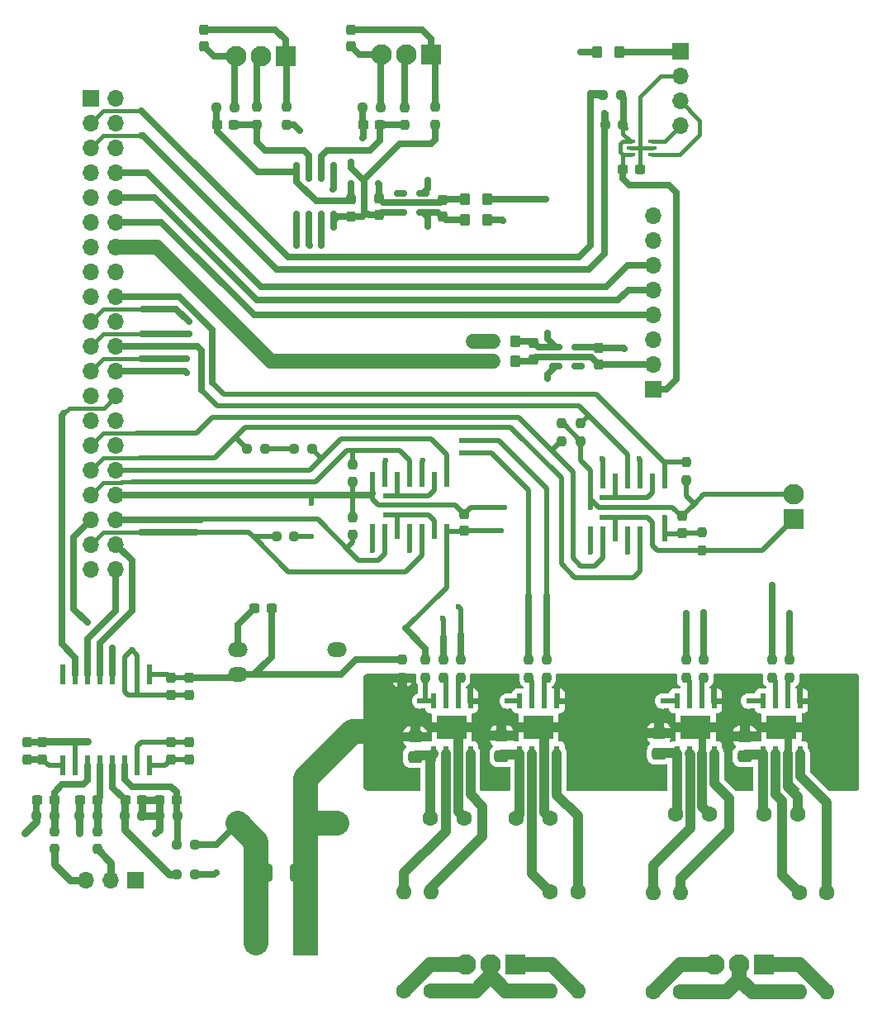
<source format=gbr>
%TF.GenerationSoftware,KiCad,Pcbnew,8.0.1-8.0.1-0~ubuntu23.10.1*%
%TF.CreationDate,2024-04-25T23:44:33+01:00*%
%TF.ProjectId,g5500-pidrive,67353530-302d-4706-9964-726976652e6b,rev?*%
%TF.SameCoordinates,Original*%
%TF.FileFunction,Copper,L1,Top*%
%TF.FilePolarity,Positive*%
%FSLAX46Y46*%
G04 Gerber Fmt 4.6, Leading zero omitted, Abs format (unit mm)*
G04 Created by KiCad (PCBNEW 8.0.1-8.0.1-0~ubuntu23.10.1) date 2024-04-25 23:44:33*
%MOMM*%
%LPD*%
G01*
G04 APERTURE LIST*
G04 Aperture macros list*
%AMRoundRect*
0 Rectangle with rounded corners*
0 $1 Rounding radius*
0 $2 $3 $4 $5 $6 $7 $8 $9 X,Y pos of 4 corners*
0 Add a 4 corners polygon primitive as box body*
4,1,4,$2,$3,$4,$5,$6,$7,$8,$9,$2,$3,0*
0 Add four circle primitives for the rounded corners*
1,1,$1+$1,$2,$3*
1,1,$1+$1,$4,$5*
1,1,$1+$1,$6,$7*
1,1,$1+$1,$8,$9*
0 Add four rect primitives between the rounded corners*
20,1,$1+$1,$2,$3,$4,$5,0*
20,1,$1+$1,$4,$5,$6,$7,0*
20,1,$1+$1,$6,$7,$8,$9,0*
20,1,$1+$1,$8,$9,$2,$3,0*%
G04 Aperture macros list end*
%TA.AperFunction,SMDPad,CuDef*%
%ADD10RoundRect,0.237500X0.237500X-0.250000X0.237500X0.250000X-0.237500X0.250000X-0.237500X-0.250000X0*%
%TD*%
%TA.AperFunction,SMDPad,CuDef*%
%ADD11RoundRect,0.237500X-0.250000X-0.237500X0.250000X-0.237500X0.250000X0.237500X-0.250000X0.237500X0*%
%TD*%
%TA.AperFunction,SMDPad,CuDef*%
%ADD12RoundRect,0.237500X-0.237500X0.250000X-0.237500X-0.250000X0.237500X-0.250000X0.237500X0.250000X0*%
%TD*%
%TA.AperFunction,SMDPad,CuDef*%
%ADD13RoundRect,0.237500X0.250000X0.237500X-0.250000X0.237500X-0.250000X-0.237500X0.250000X-0.237500X0*%
%TD*%
%TA.AperFunction,SMDPad,CuDef*%
%ADD14RoundRect,0.250000X0.475000X-0.337500X0.475000X0.337500X-0.475000X0.337500X-0.475000X-0.337500X0*%
%TD*%
%TA.AperFunction,SMDPad,CuDef*%
%ADD15RoundRect,0.250000X-0.412500X-0.650000X0.412500X-0.650000X0.412500X0.650000X-0.412500X0.650000X0*%
%TD*%
%TA.AperFunction,SMDPad,CuDef*%
%ADD16RoundRect,0.237500X0.237500X-0.300000X0.237500X0.300000X-0.237500X0.300000X-0.237500X-0.300000X0*%
%TD*%
%TA.AperFunction,SMDPad,CuDef*%
%ADD17R,0.600000X1.550000*%
%TD*%
%TA.AperFunction,ComponentPad*%
%ADD18C,0.650000*%
%TD*%
%TA.AperFunction,SMDPad,CuDef*%
%ADD19R,3.100000X2.400000*%
%TD*%
%TA.AperFunction,SMDPad,CuDef*%
%ADD20RoundRect,0.150000X-0.150000X0.825000X-0.150000X-0.825000X0.150000X-0.825000X0.150000X0.825000X0*%
%TD*%
%TA.AperFunction,ComponentPad*%
%ADD21R,2.100000X2.100000*%
%TD*%
%TA.AperFunction,ComponentPad*%
%ADD22C,2.100000*%
%TD*%
%TA.AperFunction,ComponentPad*%
%ADD23C,1.600000*%
%TD*%
%TA.AperFunction,ComponentPad*%
%ADD24O,1.600000X1.600000*%
%TD*%
%TA.AperFunction,SMDPad,CuDef*%
%ADD25RoundRect,0.237500X0.300000X0.237500X-0.300000X0.237500X-0.300000X-0.237500X0.300000X-0.237500X0*%
%TD*%
%TA.AperFunction,SMDPad,CuDef*%
%ADD26RoundRect,0.250000X-0.275000X-0.350000X0.275000X-0.350000X0.275000X0.350000X-0.275000X0.350000X0*%
%TD*%
%TA.AperFunction,SMDPad,CuDef*%
%ADD27RoundRect,0.237500X-0.237500X0.300000X-0.237500X-0.300000X0.237500X-0.300000X0.237500X0.300000X0*%
%TD*%
%TA.AperFunction,ComponentPad*%
%ADD28R,1.700000X1.700000*%
%TD*%
%TA.AperFunction,ComponentPad*%
%ADD29O,1.700000X1.700000*%
%TD*%
%TA.AperFunction,SMDPad,CuDef*%
%ADD30RoundRect,0.250000X0.275000X0.350000X-0.275000X0.350000X-0.275000X-0.350000X0.275000X-0.350000X0*%
%TD*%
%TA.AperFunction,ComponentPad*%
%ADD31R,2.000000X1.500000*%
%TD*%
%TA.AperFunction,ComponentPad*%
%ADD32O,2.000000X1.500000*%
%TD*%
%TA.AperFunction,SMDPad,CuDef*%
%ADD33RoundRect,0.237500X-0.300000X-0.237500X0.300000X-0.237500X0.300000X0.237500X-0.300000X0.237500X0*%
%TD*%
%TA.AperFunction,SMDPad,CuDef*%
%ADD34RoundRect,0.150000X0.512500X0.150000X-0.512500X0.150000X-0.512500X-0.150000X0.512500X-0.150000X0*%
%TD*%
%TA.AperFunction,SMDPad,CuDef*%
%ADD35R,0.950000X0.400000*%
%TD*%
%TA.AperFunction,ComponentPad*%
%ADD36R,2.500000X2.500000*%
%TD*%
%TA.AperFunction,ComponentPad*%
%ADD37C,2.500000*%
%TD*%
%TA.AperFunction,SMDPad,CuDef*%
%ADD38RoundRect,0.150000X-0.512500X-0.150000X0.512500X-0.150000X0.512500X0.150000X-0.512500X0.150000X0*%
%TD*%
%TA.AperFunction,SMDPad,CuDef*%
%ADD39R,0.600000X2.000000*%
%TD*%
%TA.AperFunction,ViaPad*%
%ADD40C,0.600000*%
%TD*%
%TA.AperFunction,Conductor*%
%ADD41C,0.500000*%
%TD*%
%TA.AperFunction,Conductor*%
%ADD42C,0.700000*%
%TD*%
%TA.AperFunction,Conductor*%
%ADD43C,2.500000*%
%TD*%
%TA.AperFunction,Conductor*%
%ADD44C,0.400000*%
%TD*%
%TA.AperFunction,Conductor*%
%ADD45C,1.500000*%
%TD*%
%TA.AperFunction,Conductor*%
%ADD46C,1.000000*%
%TD*%
%TA.AperFunction,Conductor*%
%ADD47C,0.800000*%
%TD*%
%TA.AperFunction,Conductor*%
%ADD48C,0.430000*%
%TD*%
G04 APERTURE END LIST*
D10*
%TO.P,R35,1*%
%TO.N,/EL_B1*%
X71600000Y-88425000D03*
%TO.P,R35,2*%
%TO.N,GND*%
X71600000Y-86600000D03*
%TD*%
D11*
%TO.P,R34,1*%
%TO.N,/EL_B2*%
X63800000Y-88600000D03*
%TO.P,R34,2*%
%TO.N,GND*%
X65625000Y-88600000D03*
%TD*%
D12*
%TO.P,R33,1*%
%TO.N,/EL_A2*%
X71600000Y-81200000D03*
%TO.P,R33,2*%
%TO.N,GND*%
X71600000Y-83025000D03*
%TD*%
D13*
%TO.P,R32,1*%
%TO.N,/EL_A1*%
X67425000Y-79600000D03*
%TO.P,R32,2*%
%TO.N,GND*%
X65600000Y-79600000D03*
%TD*%
D11*
%TO.P,R31,1*%
%TO.N,/AZ_B2*%
X60775000Y-79600000D03*
%TO.P,R31,2*%
%TO.N,GND*%
X62600000Y-79600000D03*
%TD*%
D10*
%TO.P,R30,2*%
%TO.N,GND*%
X93000000Y-77000000D03*
%TO.P,R30,1*%
%TO.N,/AZ_B1*%
X93000000Y-78825000D03*
%TD*%
D12*
%TO.P,R29,1*%
%TO.N,/AZ_A2*%
X95000000Y-77000000D03*
%TO.P,R29,2*%
%TO.N,GND*%
X95000000Y-78825000D03*
%TD*%
%TO.P,R28,1*%
%TO.N,/AZ_A1*%
X105800000Y-80975000D03*
%TO.P,R28,2*%
%TO.N,GND*%
X105800000Y-82800000D03*
%TD*%
D14*
%TO.P,C23,1*%
%TO.N,+48V*%
X78000000Y-111185000D03*
%TO.P,C23,2*%
%TO.N,GNDPWR*%
X78000000Y-109110000D03*
%TD*%
%TO.P,C22,1*%
%TO.N,+48V*%
X86870000Y-111085000D03*
%TO.P,C22,2*%
%TO.N,GNDPWR*%
X86870000Y-109010000D03*
%TD*%
%TO.P,C21,1*%
%TO.N,+48V*%
X103000000Y-110837500D03*
%TO.P,C21,2*%
%TO.N,GNDPWR*%
X103000000Y-108762500D03*
%TD*%
%TO.P,C20,1*%
%TO.N,+48V*%
X111800000Y-111110000D03*
%TO.P,C20,2*%
%TO.N,GNDPWR*%
X111800000Y-109035000D03*
%TD*%
D15*
%TO.P,C1,1*%
%TO.N,+48V*%
X62700000Y-123000000D03*
%TO.P,C1,2*%
%TO.N,GNDPWR*%
X65825000Y-123000000D03*
%TD*%
D12*
%TO.P,R2,1*%
%TO.N,Net-(IC1-AIN1)*%
X41000000Y-118775000D03*
%TO.P,R2,2*%
%TO.N,Net-(J5-Pin_3)*%
X41000000Y-120600000D03*
%TD*%
D16*
%TO.P,C31,1*%
%TO.N,+3.3V*%
X105400000Y-88200000D03*
%TO.P,C31,2*%
%TO.N,GND*%
X105400000Y-86475000D03*
%TD*%
D17*
%TO.P,IC5,1,IPROPI*%
%TO.N,GNDPWR*%
X92540000Y-105435000D03*
%TO.P,IC5,2,IN2*%
%TO.N,Net-(IC5-IN2)*%
X91270000Y-105435000D03*
%TO.P,IC5,3,IN1*%
%TO.N,Net-(IC5-IN1)*%
X90000000Y-105435000D03*
%TO.P,IC5,4,VREF*%
%TO.N,Net-(IC3-VREF)*%
X88730000Y-105435000D03*
%TO.P,IC5,5,VM*%
%TO.N,+48V*%
X88730000Y-110835000D03*
%TO.P,IC5,6,OUT1*%
%TO.N,Net-(IC5-OUT1)*%
X90000000Y-110835000D03*
%TO.P,IC5,7,GND*%
%TO.N,GNDPWR*%
X91270000Y-110835000D03*
%TO.P,IC5,8,OUT2*%
%TO.N,Net-(IC5-OUT2)*%
X92540000Y-110835000D03*
D18*
%TO.P,IC5,EP,GND*%
%TO.N,GNDPWR*%
X91585000Y-107660000D03*
X90635000Y-107660000D03*
X89685000Y-107660000D03*
D19*
X90635000Y-108135000D03*
D18*
X91585000Y-108610000D03*
X90635000Y-108610000D03*
X89685000Y-108610000D03*
%TD*%
D20*
%TO.P,U4,1,~{CS}/SHDN*%
%TO.N,/ADC_CS*%
X69670000Y-51250000D03*
%TO.P,U4,2,CH0*%
%TO.N,Net-(U4-CH0)*%
X68400000Y-51250000D03*
%TO.P,U4,3,CH1*%
%TO.N,Net-(U4-CH1)*%
X67130000Y-51250000D03*
%TO.P,U4,4,VSS*%
%TO.N,GNDA*%
X65860000Y-51250000D03*
%TO.P,U4,5,DIN*%
%TO.N,/ADC_MOSI*%
X65860000Y-56200000D03*
%TO.P,U4,6,DOUT*%
%TO.N,/ADC_MISO*%
X67130000Y-56200000D03*
%TO.P,U4,7,CLK*%
%TO.N,/ADC_CLK*%
X68400000Y-56200000D03*
%TO.P,U4,8,VDD/VREF*%
%TO.N,+3.3VADC*%
X69670000Y-56200000D03*
%TD*%
D21*
%TO.P,J10,1,Pin_1*%
%TO.N,Net-(J10-Pin_1)*%
X116800000Y-86800000D03*
D22*
%TO.P,J10,2,Pin_2*%
%TO.N,GND*%
X116800000Y-84260000D03*
%TD*%
D23*
%TO.P,L1,1*%
%TO.N,Net-(IC3-OUT2)*%
X120200000Y-125075000D03*
D24*
%TO.P,L1,2*%
%TO.N,Net-(J8-Pin_1)*%
X120200000Y-135235000D03*
%TD*%
D11*
%TO.P,R3,1*%
%TO.N,Net-(IC1-AGND)*%
X43575000Y-117175000D03*
%TO.P,R3,2*%
%TO.N,Net-(IC1-AIN2)*%
X45400000Y-117175000D03*
%TD*%
D10*
%TO.P,R12,1*%
%TO.N,Net-(IC3-IN2)*%
X116415000Y-103060000D03*
%TO.P,R12,2*%
%TO.N,Net-(R12-Pad2)*%
X116415000Y-101235000D03*
%TD*%
D23*
%TO.P,C27,1*%
%TO.N,+48V*%
X79570000Y-117435000D03*
%TO.P,C27,2*%
%TO.N,GNDPWR*%
X83070000Y-117435000D03*
%TD*%
%TO.P,L3,1*%
%TO.N,Net-(IC5-OUT2)*%
X94670000Y-124955000D03*
D24*
%TO.P,L3,2*%
%TO.N,Net-(J9-Pin_1)*%
X94670000Y-135115000D03*
%TD*%
D21*
%TO.P,J8,1,Pin_1*%
%TO.N,Net-(J8-Pin_1)*%
X113800000Y-132435000D03*
D22*
%TO.P,J8,2,Pin_2*%
%TO.N,Net-(J8-Pin_2)*%
X111260000Y-132435000D03*
%TO.P,J8,3,Pin_3*%
%TO.N,Net-(J8-Pin_3)*%
X108720000Y-132435000D03*
%TD*%
D25*
%TO.P,C15,1*%
%TO.N,Net-(U4-CH1)*%
X59400000Y-46400000D03*
%TO.P,C15,2*%
%TO.N,GNDA*%
X57675000Y-46400000D03*
%TD*%
D10*
%TO.P,R17,1*%
%TO.N,Net-(IC6-IN1)*%
X80870000Y-103035000D03*
%TO.P,R17,2*%
%TO.N,Net-(R17-Pad2)*%
X80870000Y-101210000D03*
%TD*%
D26*
%TO.P,FB5,2*%
%TO.N,Net-(J4-Pin_1)*%
X98950000Y-39000000D03*
%TO.P,FB5,1*%
%TO.N,+5V*%
X96650000Y-39000000D03*
%TD*%
D27*
%TO.P,C19,1*%
%TO.N,Net-(J7-Pin_1)*%
X71400000Y-36675000D03*
%TO.P,C19,2*%
%TO.N,Net-(J7-Pin_3)*%
X71400000Y-38400000D03*
%TD*%
D11*
%TO.P,R24,1*%
%TO.N,Net-(IC1-AIN3)*%
X53575000Y-123200000D03*
%TO.P,R24,2*%
%TO.N,GNDPWR*%
X55400000Y-123200000D03*
%TD*%
D12*
%TO.P,R7,1*%
%TO.N,Net-(J6-Pin_1)*%
X64800000Y-44575000D03*
%TO.P,R7,2*%
%TO.N,+3.3VADC*%
X64800000Y-46400000D03*
%TD*%
D16*
%TO.P,C13,1*%
%TO.N,Net-(IC1-GNDF)*%
X54800000Y-111400000D03*
%TO.P,C13,2*%
%TO.N,Net-(IC1-VDDF)*%
X54800000Y-109675000D03*
%TD*%
D23*
%TO.P,C24,1*%
%TO.N,+48V*%
X113745000Y-117035000D03*
%TO.P,C24,2*%
%TO.N,GNDPWR*%
X117245000Y-117035000D03*
%TD*%
D16*
%TO.P,C10,1*%
%TO.N,Net-(IC1-GNDF)*%
X53000000Y-111400000D03*
%TO.P,C10,2*%
%TO.N,Net-(IC1-VDDF)*%
X53000000Y-109675000D03*
%TD*%
D21*
%TO.P,J9,1,Pin_1*%
%TO.N,Net-(J9-Pin_1)*%
X88270000Y-132435000D03*
D22*
%TO.P,J9,2,Pin_2*%
%TO.N,Net-(J9-Pin_2)*%
X85730000Y-132435000D03*
%TO.P,J9,3,Pin_3*%
%TO.N,Net-(J9-Pin_3)*%
X83190000Y-132435000D03*
%TD*%
D23*
%TO.P,L2,1*%
%TO.N,Net-(J8-Pin_3)*%
X102400000Y-135235000D03*
D24*
%TO.P,L2,2*%
%TO.N,Net-(IC4-OUT1)*%
X102400000Y-125075000D03*
%TD*%
D10*
%TO.P,R19,1*%
%TO.N,Net-(IC3-VREF)*%
X79070000Y-103035000D03*
%TO.P,R19,2*%
%TO.N,+3.3V*%
X79070000Y-101210000D03*
%TD*%
D21*
%TO.P,J6,1,Pin_1*%
%TO.N,Net-(J6-Pin_1)*%
X64700000Y-39357500D03*
D22*
%TO.P,J6,2,Pin_2*%
%TO.N,Net-(J6-Pin_2)*%
X62160000Y-39357500D03*
%TO.P,J6,3,Pin_3*%
%TO.N,Net-(J6-Pin_3)*%
X59620000Y-39357500D03*
%TD*%
D28*
%TO.P,J4,1,Pin_1*%
%TO.N,Net-(J4-Pin_1)*%
X105200000Y-38920000D03*
D29*
%TO.P,J4,2,Pin_2*%
%TO.N,GND*%
X105200000Y-41460000D03*
%TO.P,J4,3,Pin_3*%
%TO.N,/IMU_SDA*%
X105200000Y-44000000D03*
%TO.P,J4,4,Pin_4*%
%TO.N,/IMU_SCL*%
X105200000Y-46540000D03*
%TD*%
D30*
%TO.P,FB2,1*%
%TO.N,GND*%
X85400000Y-54000000D03*
%TO.P,FB2,2*%
%TO.N,GNDA*%
X83100000Y-54000000D03*
%TD*%
D28*
%TO.P,J3,1,Pin_1*%
%TO.N,+3.3VP*%
X102400000Y-73512500D03*
D29*
%TO.P,J3,2,Pin_2*%
%TO.N,GNDD*%
X102400000Y-70972500D03*
%TO.P,J3,3,Pin_3*%
%TO.N,unconnected-(J3-Pin_3-Pad3)*%
X102400000Y-68432500D03*
%TO.P,J3,4,Pin_4*%
%TO.N,/GPS_PPS*%
X102400000Y-65892500D03*
%TO.P,J3,5,Pin_5*%
%TO.N,/GPS_RXD*%
X102400000Y-63352500D03*
%TO.P,J3,6,Pin_6*%
%TO.N,/GPS_TXD*%
X102400000Y-60812500D03*
%TO.P,J3,7,Pin_7*%
%TO.N,unconnected-(J3-Pin_7-Pad7)*%
X102400000Y-58272500D03*
%TO.P,J3,8,Pin_8*%
%TO.N,unconnected-(J3-Pin_8-Pad8)*%
X102400000Y-55732500D03*
%TD*%
D12*
%TO.P,R6,1*%
%TO.N,Net-(J7-Pin_2)*%
X76937500Y-44625000D03*
%TO.P,R6,2*%
%TO.N,Net-(U4-CH0)*%
X76937500Y-46450000D03*
%TD*%
D27*
%TO.P,C5,1*%
%TO.N,+3.3VP*%
X96860000Y-69280000D03*
%TO.P,C5,2*%
%TO.N,GNDD*%
X96860000Y-71005000D03*
%TD*%
D16*
%TO.P,C32,1*%
%TO.N,+3.3V*%
X83000000Y-88000000D03*
%TO.P,C32,2*%
%TO.N,GND*%
X83000000Y-86275000D03*
%TD*%
D27*
%TO.P,C8,1*%
%TO.N,GND*%
X54800000Y-103075000D03*
%TO.P,C8,2*%
%TO.N,+3.3V*%
X54800000Y-104800000D03*
%TD*%
D23*
%TO.P,C26,1*%
%TO.N,+48V*%
X88370000Y-117435000D03*
%TO.P,C26,2*%
%TO.N,GNDPWR*%
X91870000Y-117435000D03*
%TD*%
D17*
%TO.P,U5,1*%
%TO.N,/AZ_A1*%
X103610000Y-82900000D03*
%TO.P,U5,2*%
%TO.N,Net-(J10-Pin_1)*%
X102340000Y-82900000D03*
%TO.P,U5,3*%
%TO.N,Net-(R11-Pad2)*%
X101070000Y-82900000D03*
%TO.P,U5,4*%
%TO.N,/AZ_A2*%
X99800000Y-82900000D03*
%TO.P,U5,5*%
%TO.N,Net-(J10-Pin_1)*%
X98530000Y-82900000D03*
%TO.P,U5,6*%
%TO.N,Net-(R12-Pad2)*%
X97260000Y-82900000D03*
%TO.P,U5,7,GND*%
%TO.N,GND*%
X95990000Y-82900000D03*
%TO.P,U5,8*%
%TO.N,Net-(R13-Pad2)*%
X95990000Y-88300000D03*
%TO.P,U5,9*%
%TO.N,/AZ_B1*%
X97260000Y-88300000D03*
%TO.P,U5,10*%
%TO.N,Net-(J10-Pin_1)*%
X98530000Y-88300000D03*
%TO.P,U5,11*%
%TO.N,Net-(R14-Pad2)*%
X99800000Y-88300000D03*
%TO.P,U5,12*%
%TO.N,/AZ_B2*%
X101070000Y-88300000D03*
%TO.P,U5,13*%
%TO.N,Net-(J10-Pin_1)*%
X102340000Y-88300000D03*
%TO.P,U5,14,VCC*%
%TO.N,+3.3V*%
X103610000Y-88300000D03*
%TD*%
D31*
%TO.P,U3,1,VIN-*%
%TO.N,GNDPWR*%
X70000000Y-118000000D03*
D32*
%TO.P,U3,8,NC*%
%TO.N,unconnected-(U3-NC-Pad8)*%
X70000000Y-100220000D03*
%TO.P,U3,9,VOUT+*%
%TO.N,+5V*%
X59840000Y-100220000D03*
%TO.P,U3,10,VOUT-*%
%TO.N,GND*%
X59840000Y-102760000D03*
%TO.P,U3,16,VIN+*%
%TO.N,+48V*%
X59840000Y-118000000D03*
%TD*%
D23*
%TO.P,C25,1*%
%TO.N,+48V*%
X104700000Y-117035000D03*
%TO.P,C25,2*%
%TO.N,GNDPWR*%
X108200000Y-117035000D03*
%TD*%
D17*
%TO.P,IC3,1,IPROPI*%
%TO.N,GNDPWR*%
X117470000Y-105435000D03*
%TO.P,IC3,2,IN2*%
%TO.N,Net-(IC3-IN2)*%
X116200000Y-105435000D03*
%TO.P,IC3,3,IN1*%
%TO.N,Net-(IC3-IN1)*%
X114930000Y-105435000D03*
%TO.P,IC3,4,VREF*%
%TO.N,Net-(IC3-VREF)*%
X113660000Y-105435000D03*
%TO.P,IC3,5,VM*%
%TO.N,+48V*%
X113660000Y-110835000D03*
%TO.P,IC3,6,OUT1*%
%TO.N,Net-(IC3-OUT1)*%
X114930000Y-110835000D03*
%TO.P,IC3,7,GND*%
%TO.N,GNDPWR*%
X116200000Y-110835000D03*
%TO.P,IC3,8,OUT2*%
%TO.N,Net-(IC3-OUT2)*%
X117470000Y-110835000D03*
D18*
%TO.P,IC3,EP,GND*%
%TO.N,GNDPWR*%
X116515000Y-107660000D03*
X115565000Y-107660000D03*
X114615000Y-107660000D03*
D19*
X115565000Y-108135000D03*
D18*
X116515000Y-108610000D03*
X115565000Y-108610000D03*
X114615000Y-108610000D03*
%TD*%
D11*
%TO.P,R10,1*%
%TO.N,GNDA*%
X72612500Y-44650000D03*
%TO.P,R10,2*%
%TO.N,Net-(J7-Pin_3)*%
X74437500Y-44650000D03*
%TD*%
D10*
%TO.P,R18,1*%
%TO.N,Net-(IC6-IN2)*%
X82670000Y-103035000D03*
%TO.P,R18,2*%
%TO.N,Net-(R18-Pad2)*%
X82670000Y-101210000D03*
%TD*%
%TO.P,R16,1*%
%TO.N,Net-(IC5-IN2)*%
X91470000Y-103035000D03*
%TO.P,R16,2*%
%TO.N,Net-(R16-Pad2)*%
X91470000Y-101210000D03*
%TD*%
D33*
%TO.P,C9,1*%
%TO.N,+3.3VP*%
X99300000Y-51000000D03*
%TO.P,C9,2*%
%TO.N,GND*%
X101025000Y-51000000D03*
%TD*%
%TO.P,C12,1*%
%TO.N,Net-(IC1-AGND)*%
X43675000Y-115575000D03*
%TO.P,C12,2*%
%TO.N,Net-(IC1-AIN2)*%
X45400000Y-115575000D03*
%TD*%
D34*
%TO.P,U1,1,IN*%
%TO.N,Net-(U1-EN)*%
X78768750Y-55356250D03*
%TO.P,U1,2,GND*%
%TO.N,GNDA*%
X78768750Y-54406250D03*
%TO.P,U1,3,EN*%
%TO.N,Net-(U1-EN)*%
X78768750Y-53456250D03*
%TO.P,U1,4,NC*%
%TO.N,unconnected-(U1-NC-Pad4)*%
X76493750Y-53456250D03*
%TO.P,U1,5,OUT*%
%TO.N,+3.3VADC*%
X76493750Y-55356250D03*
%TD*%
D10*
%TO.P,R20,1*%
%TO.N,GNDPWR*%
X76670000Y-103060000D03*
%TO.P,R20,2*%
%TO.N,GND*%
X76670000Y-101235000D03*
%TD*%
D33*
%TO.P,C6,1*%
%TO.N,+5V*%
X61537500Y-95925000D03*
%TO.P,C6,2*%
%TO.N,GND*%
X63262500Y-95925000D03*
%TD*%
D11*
%TO.P,R23,1*%
%TO.N,Net-(IC1-AGND)*%
X51800000Y-117175000D03*
%TO.P,R23,2*%
%TO.N,Net-(IC1-AIN4)*%
X53625000Y-117175000D03*
%TD*%
D23*
%TO.P,L6,1*%
%TO.N,Net-(J8-Pin_2)*%
X105200000Y-135235000D03*
D24*
%TO.P,L6,2*%
%TO.N,Net-(IC4-OUT2)*%
X105200000Y-125075000D03*
%TD*%
D25*
%TO.P,C29,1*%
%TO.N,Net-(IC1-AGND)*%
X50000000Y-115575000D03*
%TO.P,C29,2*%
%TO.N,Net-(IC1-AIN3)*%
X48275000Y-115575000D03*
%TD*%
%TO.P,C16,1*%
%TO.N,Net-(U4-CH0)*%
X74400000Y-46400000D03*
%TO.P,C16,2*%
%TO.N,GNDA*%
X72675000Y-46400000D03*
%TD*%
D27*
%TO.P,C3,1*%
%TO.N,Net-(U2-EN)*%
X90110000Y-68730000D03*
%TO.P,C3,2*%
%TO.N,GNDD*%
X90110000Y-70455000D03*
%TD*%
D23*
%TO.P,L8,1*%
%TO.N,Net-(J9-Pin_2)*%
X79670000Y-135115000D03*
D24*
%TO.P,L8,2*%
%TO.N,Net-(IC6-OUT2)*%
X79670000Y-124955000D03*
%TD*%
D16*
%TO.P,C4,1*%
%TO.N,+3.3VADC*%
X74293750Y-55656250D03*
%TO.P,C4,2*%
%TO.N,GNDA*%
X74293750Y-53931250D03*
%TD*%
D26*
%TO.P,FB3,1*%
%TO.N,+5V*%
X86000000Y-68600000D03*
%TO.P,FB3,2*%
%TO.N,Net-(U2-EN)*%
X88300000Y-68600000D03*
%TD*%
D17*
%TO.P,IC6,1,IPROPI*%
%TO.N,GNDPWR*%
X83670000Y-105435000D03*
%TO.P,IC6,2,IN2*%
%TO.N,Net-(IC6-IN2)*%
X82400000Y-105435000D03*
%TO.P,IC6,3,IN1*%
%TO.N,Net-(IC6-IN1)*%
X81130000Y-105435000D03*
%TO.P,IC6,4,VREF*%
%TO.N,Net-(IC3-VREF)*%
X79860000Y-105435000D03*
%TO.P,IC6,5,VM*%
%TO.N,+48V*%
X79860000Y-110835000D03*
%TO.P,IC6,6,OUT1*%
%TO.N,Net-(IC6-OUT1)*%
X81130000Y-110835000D03*
%TO.P,IC6,7,GND*%
%TO.N,GNDPWR*%
X82400000Y-110835000D03*
%TO.P,IC6,8,OUT2*%
%TO.N,Net-(IC6-OUT2)*%
X83670000Y-110835000D03*
D18*
%TO.P,IC6,EP,GND*%
%TO.N,GNDPWR*%
X82715000Y-107660000D03*
X81765000Y-107660000D03*
X80815000Y-107660000D03*
D19*
X81765000Y-108135000D03*
D18*
X82715000Y-108610000D03*
X81765000Y-108610000D03*
X80815000Y-108610000D03*
%TD*%
D17*
%TO.P,U6,1*%
%TO.N,/EL_A1*%
X81210000Y-82700000D03*
%TO.P,U6,2*%
%TO.N,Net-(J10-Pin_1)*%
X79940000Y-82700000D03*
%TO.P,U6,3*%
%TO.N,Net-(R15-Pad2)*%
X78670000Y-82700000D03*
%TO.P,U6,4*%
%TO.N,/EL_A2*%
X77400000Y-82700000D03*
%TO.P,U6,5*%
%TO.N,Net-(J10-Pin_1)*%
X76130000Y-82700000D03*
%TO.P,U6,6*%
%TO.N,Net-(R16-Pad2)*%
X74860000Y-82700000D03*
%TO.P,U6,7,GND*%
%TO.N,GND*%
X73590000Y-82700000D03*
%TO.P,U6,8*%
%TO.N,Net-(R17-Pad2)*%
X73590000Y-88100000D03*
%TO.P,U6,9*%
%TO.N,/EL_B1*%
X74860000Y-88100000D03*
%TO.P,U6,10*%
%TO.N,Net-(J10-Pin_1)*%
X76130000Y-88100000D03*
%TO.P,U6,11*%
%TO.N,Net-(R18-Pad2)*%
X77400000Y-88100000D03*
%TO.P,U6,12*%
%TO.N,/EL_B2*%
X78670000Y-88100000D03*
%TO.P,U6,13*%
%TO.N,Net-(J10-Pin_1)*%
X79940000Y-88100000D03*
%TO.P,U6,14,VCC*%
%TO.N,+3.3V*%
X81210000Y-88100000D03*
%TD*%
D10*
%TO.P,R11,1*%
%TO.N,Net-(IC3-IN1)*%
X114615000Y-103060000D03*
%TO.P,R11,2*%
%TO.N,Net-(R11-Pad2)*%
X114615000Y-101235000D03*
%TD*%
D12*
%TO.P,R4,1*%
%TO.N,Net-(IC1-AIN2)*%
X45400000Y-118775000D03*
%TO.P,R4,2*%
%TO.N,Net-(J5-Pin_2)*%
X45400000Y-120600000D03*
%TD*%
D13*
%TO.P,R25,1*%
%TO.N,+3.3VP*%
X99312500Y-46400000D03*
%TO.P,R25,2*%
%TO.N,/IMU_SCL*%
X97487500Y-46400000D03*
%TD*%
D35*
%TO.P,IC2,1,VCC*%
%TO.N,+3.3VP*%
X100100000Y-48150000D03*
%TO.P,IC2,2,GND*%
%TO.N,GND*%
X100100000Y-48800000D03*
%TO.P,IC2,3,EN*%
%TO.N,+3.3VP*%
X100100000Y-49450000D03*
%TO.P,IC2,4,BUS2*%
%TO.N,/IMU_SDA*%
X102300000Y-49450000D03*
%TO.P,IC2,5,GND*%
%TO.N,GND*%
X102300000Y-48800000D03*
%TO.P,IC2,6,BUS1*%
%TO.N,/IMU_SCL*%
X102300000Y-48150000D03*
%TD*%
D11*
%TO.P,R1,1*%
%TO.N,Net-(IC1-AGND)*%
X39175000Y-117175000D03*
%TO.P,R1,2*%
%TO.N,Net-(IC1-AIN1)*%
X41000000Y-117175000D03*
%TD*%
D36*
%TO.P,J1,1,Pin_1*%
%TO.N,GNDPWR*%
X66800000Y-130200000D03*
D37*
%TO.P,J1,2,Pin_2*%
%TO.N,+48V*%
X61720000Y-130200000D03*
%TD*%
D38*
%TO.P,U2,1,IN*%
%TO.N,Net-(U2-EN)*%
X92460000Y-69230000D03*
%TO.P,U2,2,GND*%
%TO.N,GNDD*%
X92460000Y-70180000D03*
%TO.P,U2,3,EN*%
%TO.N,Net-(U2-EN)*%
X92460000Y-71130000D03*
%TO.P,U2,4,NC*%
%TO.N,unconnected-(U2-NC-Pad4)*%
X94735000Y-71130000D03*
%TO.P,U2,5,OUT*%
%TO.N,+3.3VP*%
X94735000Y-69230000D03*
%TD*%
D10*
%TO.P,R15,1*%
%TO.N,Net-(IC5-IN1)*%
X89670000Y-103035000D03*
%TO.P,R15,2*%
%TO.N,Net-(R15-Pad2)*%
X89670000Y-101210000D03*
%TD*%
D30*
%TO.P,FB1,1*%
%TO.N,+5V*%
X85400000Y-56162500D03*
%TO.P,FB1,2*%
%TO.N,Net-(U1-EN)*%
X83100000Y-56162500D03*
%TD*%
D11*
%TO.P,R8,1*%
%TO.N,GNDA*%
X57625000Y-44600000D03*
%TO.P,R8,2*%
%TO.N,Net-(J6-Pin_3)*%
X59450000Y-44600000D03*
%TD*%
D27*
%TO.P,C18,1*%
%TO.N,Net-(J6-Pin_1)*%
X56400000Y-36675000D03*
%TO.P,C18,2*%
%TO.N,Net-(J6-Pin_3)*%
X56400000Y-38400000D03*
%TD*%
D10*
%TO.P,R14,1*%
%TO.N,Net-(IC4-IN2)*%
X107615000Y-103060000D03*
%TO.P,R14,2*%
%TO.N,Net-(R14-Pad2)*%
X107615000Y-101235000D03*
%TD*%
D13*
%TO.P,R26,1*%
%TO.N,+3.3VP*%
X99112500Y-43400000D03*
%TO.P,R26,2*%
%TO.N,/IMU_SDA*%
X97287500Y-43400000D03*
%TD*%
D12*
%TO.P,R9,1*%
%TO.N,Net-(J7-Pin_1)*%
X80035000Y-44587500D03*
%TO.P,R9,2*%
%TO.N,+3.3VADC*%
X80035000Y-46412500D03*
%TD*%
D10*
%TO.P,R13,1*%
%TO.N,Net-(IC4-IN1)*%
X105815000Y-103060000D03*
%TO.P,R13,2*%
%TO.N,Net-(R13-Pad2)*%
X105815000Y-101235000D03*
%TD*%
D11*
%TO.P,R22,1*%
%TO.N,Net-(IC1-AIN4)*%
X53600000Y-120175000D03*
%TO.P,R22,2*%
%TO.N,+48V*%
X55425000Y-120175000D03*
%TD*%
D16*
%TO.P,C28,1*%
%TO.N,+3.3VADC*%
X71400000Y-55800000D03*
%TO.P,C28,2*%
%TO.N,GNDA*%
X71400000Y-54075000D03*
%TD*%
D12*
%TO.P,R27,1*%
%TO.N,+3.3V*%
X107400000Y-88175000D03*
%TO.P,R27,2*%
%TO.N,Net-(J10-Pin_1)*%
X107400000Y-90000000D03*
%TD*%
D17*
%TO.P,IC4,1,IPROPI*%
%TO.N,GNDPWR*%
X108670000Y-105435000D03*
%TO.P,IC4,2,IN2*%
%TO.N,Net-(IC4-IN2)*%
X107400000Y-105435000D03*
%TO.P,IC4,3,IN1*%
%TO.N,Net-(IC4-IN1)*%
X106130000Y-105435000D03*
%TO.P,IC4,4,VREF*%
%TO.N,Net-(IC3-VREF)*%
X104860000Y-105435000D03*
%TO.P,IC4,5,VM*%
%TO.N,+48V*%
X104860000Y-110835000D03*
%TO.P,IC4,6,OUT1*%
%TO.N,Net-(IC4-OUT1)*%
X106130000Y-110835000D03*
%TO.P,IC4,7,GND*%
%TO.N,GNDPWR*%
X107400000Y-110835000D03*
%TO.P,IC4,8,OUT2*%
%TO.N,Net-(IC4-OUT2)*%
X108670000Y-110835000D03*
D18*
%TO.P,IC4,EP,GND*%
%TO.N,GNDPWR*%
X107715000Y-107660000D03*
X106765000Y-107660000D03*
X105815000Y-107660000D03*
D19*
X106765000Y-108135000D03*
D18*
X107715000Y-108610000D03*
X106765000Y-108610000D03*
X105815000Y-108610000D03*
%TD*%
D39*
%TO.P,IC1,1,REF*%
%TO.N,Net-(IC1-REF)*%
X41920000Y-112000000D03*
%TO.P,IC1,2,AGND*%
%TO.N,Net-(IC1-AGND)*%
X43190000Y-112000000D03*
%TO.P,IC1,3,AIN1*%
%TO.N,Net-(IC1-AIN1)*%
X44460000Y-112000000D03*
%TO.P,IC1,4,AIN2*%
%TO.N,Net-(IC1-AIN2)*%
X45730000Y-112000000D03*
%TO.P,IC1,5,AIN3*%
%TO.N,Net-(IC1-AIN3)*%
X47000000Y-112000000D03*
%TO.P,IC1,6,AIN4*%
%TO.N,Net-(IC1-AIN4)*%
X48270000Y-112000000D03*
%TO.P,IC1,7,VDDF*%
%TO.N,Net-(IC1-VDDF)*%
X49540000Y-112000000D03*
%TO.P,IC1,8,GNDF*%
%TO.N,Net-(IC1-GNDF)*%
X50810000Y-112000000D03*
%TO.P,IC1,9,GNDL*%
%TO.N,GND*%
X50810000Y-102700000D03*
%TO.P,IC1,10,VDDPL*%
%TO.N,+3.3V*%
X49540000Y-102700000D03*
%TO.P,IC1,11,VDDL*%
X48270000Y-102700000D03*
%TO.P,IC1,12,SDO*%
%TO.N,/IADC_MISO*%
X47000000Y-102700000D03*
%TO.P,IC1,13,SDI*%
%TO.N,/IADC_MOSI*%
X45730000Y-102700000D03*
%TO.P,IC1,14,SCLK*%
%TO.N,/IADC_CLK*%
X44460000Y-102700000D03*
%TO.P,IC1,15,~{CS}*%
%TO.N,/IADC_CS*%
X43190000Y-102700000D03*
%TO.P,IC1,16,~{INT}*%
%TO.N,unconnected-(IC1-~{INT}-Pad16)*%
X41920000Y-102700000D03*
%TD*%
D12*
%TO.P,R5,1*%
%TO.N,Net-(J6-Pin_2)*%
X61800000Y-44575000D03*
%TO.P,R5,2*%
%TO.N,Net-(U4-CH1)*%
X61800000Y-46400000D03*
%TD*%
D27*
%TO.P,C14,1*%
%TO.N,Net-(IC1-AGND)*%
X39800000Y-109675000D03*
%TO.P,C14,2*%
%TO.N,Net-(IC1-REF)*%
X39800000Y-111400000D03*
%TD*%
D33*
%TO.P,C30,1*%
%TO.N,Net-(IC1-AGND)*%
X51800000Y-115575000D03*
%TO.P,C30,2*%
%TO.N,Net-(IC1-AIN4)*%
X53525000Y-115575000D03*
%TD*%
D23*
%TO.P,L7,1*%
%TO.N,Net-(IC5-OUT1)*%
X91870000Y-124955000D03*
D24*
%TO.P,L7,2*%
%TO.N,Net-(J9-Pin_2)*%
X91870000Y-135115000D03*
%TD*%
D33*
%TO.P,C11,1*%
%TO.N,Net-(IC1-AGND)*%
X39275000Y-115575000D03*
%TO.P,C11,2*%
%TO.N,Net-(IC1-AIN1)*%
X41000000Y-115575000D03*
%TD*%
D27*
%TO.P,C7,1*%
%TO.N,GND*%
X53000000Y-103075000D03*
%TO.P,C7,2*%
%TO.N,+3.3V*%
X53000000Y-104800000D03*
%TD*%
D23*
%TO.P,L4,1*%
%TO.N,Net-(J9-Pin_3)*%
X76870000Y-135115000D03*
D24*
%TO.P,L4,2*%
%TO.N,Net-(IC6-OUT1)*%
X76870000Y-124955000D03*
%TD*%
D16*
%TO.P,C2,1*%
%TO.N,Net-(U1-EN)*%
X80843750Y-55843750D03*
%TO.P,C2,2*%
%TO.N,GNDA*%
X80843750Y-54118750D03*
%TD*%
D13*
%TO.P,R21,1*%
%TO.N,Net-(IC1-AGND)*%
X50025000Y-117175000D03*
%TO.P,R21,2*%
%TO.N,Net-(IC1-AIN3)*%
X48200000Y-117175000D03*
%TD*%
D21*
%TO.P,J7,1,Pin_1*%
%TO.N,Net-(J7-Pin_1)*%
X79652500Y-39257500D03*
D22*
%TO.P,J7,2,Pin_2*%
%TO.N,Net-(J7-Pin_2)*%
X77112500Y-39257500D03*
%TO.P,J7,3,Pin_3*%
%TO.N,Net-(J7-Pin_3)*%
X74572500Y-39257500D03*
%TD*%
D27*
%TO.P,C17,1*%
%TO.N,Net-(IC1-AGND)*%
X38250000Y-109675000D03*
%TO.P,C17,2*%
%TO.N,Net-(IC1-REF)*%
X38250000Y-111400000D03*
%TD*%
D23*
%TO.P,L5,1*%
%TO.N,Net-(IC3-OUT1)*%
X117400000Y-125075000D03*
D24*
%TO.P,L5,2*%
%TO.N,Net-(J8-Pin_2)*%
X117400000Y-135235000D03*
%TD*%
D28*
%TO.P,J5,1,Pin_1*%
%TO.N,Net-(IC1-AGND)*%
X49340000Y-123800000D03*
D29*
%TO.P,J5,2,Pin_2*%
%TO.N,Net-(J5-Pin_2)*%
X46800000Y-123800000D03*
%TO.P,J5,3,Pin_3*%
%TO.N,Net-(J5-Pin_3)*%
X44260000Y-123800000D03*
%TD*%
D26*
%TO.P,FB4,1*%
%TO.N,GND*%
X85985000Y-70630000D03*
%TO.P,FB4,2*%
%TO.N,GNDD*%
X88285000Y-70630000D03*
%TD*%
D28*
%TO.P,J2,1,3V3*%
%TO.N,+3.3V*%
X44800000Y-43680000D03*
D29*
%TO.P,J2,2,5V*%
%TO.N,+5V*%
X47340000Y-43680000D03*
%TO.P,J2,3,SDA/GPIO2*%
%TO.N,/IMU_SDA*%
X44800000Y-46220000D03*
%TO.P,J2,4,5V*%
%TO.N,+5V*%
X47340000Y-46220000D03*
%TO.P,J2,5,SCL/GPIO3*%
%TO.N,/IMU_SCL*%
X44800000Y-48760000D03*
%TO.P,J2,6,GND*%
%TO.N,GND*%
X47340000Y-48760000D03*
%TO.P,J2,7,GCLK0/GPIO4*%
%TO.N,unconnected-(J2-GCLK0{slash}GPIO4-Pad7)*%
X44800000Y-51300000D03*
%TO.P,J2,8,GPIO14/TXD*%
%TO.N,/GPS_TXD*%
X47340000Y-51300000D03*
%TO.P,J2,9,GND*%
%TO.N,GND*%
X44800000Y-53840000D03*
%TO.P,J2,10,GPIO15/RXD*%
%TO.N,/GPS_RXD*%
X47340000Y-53840000D03*
%TO.P,J2,11,GPIO17*%
%TO.N,unconnected-(J2-GPIO17-Pad11)*%
X44800000Y-56380000D03*
%TO.P,J2,12,GPIO18/PWM0*%
%TO.N,/GPS_PPS*%
X47340000Y-56380000D03*
%TO.P,J2,13,GPIO27*%
%TO.N,unconnected-(J2-GPIO27-Pad13)*%
X44800000Y-58920000D03*
%TO.P,J2,14,GND*%
%TO.N,GND*%
X47340000Y-58920000D03*
%TO.P,J2,15,GPIO22*%
%TO.N,unconnected-(J2-GPIO22-Pad15)*%
X44800000Y-61460000D03*
%TO.P,J2,16,GPIO23*%
%TO.N,unconnected-(J2-GPIO23-Pad16)*%
X47340000Y-61460000D03*
%TO.P,J2,17,3V3*%
%TO.N,+3.3V*%
X44800000Y-64000000D03*
%TO.P,J2,18,GPIO24*%
%TO.N,/AZ_A1*%
X47340000Y-64000000D03*
%TO.P,J2,19,MOSI0/GPIO10*%
%TO.N,/ADC_MOSI*%
X44800000Y-66540000D03*
%TO.P,J2,20,GND*%
%TO.N,GND*%
X47340000Y-66540000D03*
%TO.P,J2,21,MISO0/GPIO9*%
%TO.N,/ADC_MISO*%
X44800000Y-69080000D03*
%TO.P,J2,22,GPIO25*%
%TO.N,/AZ_A2*%
X47340000Y-69080000D03*
%TO.P,J2,23,SCLK0/GPIO11*%
%TO.N,/ADC_CLK*%
X44800000Y-71620000D03*
%TO.P,J2,24,~{CE0}/GPIO8*%
%TO.N,/ADC_CS*%
X47340000Y-71620000D03*
%TO.P,J2,25,GND*%
%TO.N,GND*%
X44800000Y-74160000D03*
%TO.P,J2,26,~{CE1}/GPIO7*%
%TO.N,/IADC_CS*%
X47340000Y-74160000D03*
%TO.P,J2,27,ID_SD/GPIO0*%
%TO.N,unconnected-(J2-ID_SD{slash}GPIO0-Pad27)*%
X44800000Y-76700000D03*
%TO.P,J2,28,ID_SC/GPIO1*%
%TO.N,unconnected-(J2-ID_SC{slash}GPIO1-Pad28)*%
X47340000Y-76700000D03*
%TO.P,J2,29,GCLK1/GPIO5*%
%TO.N,/AZ_B1*%
X44800000Y-79240000D03*
%TO.P,J2,30,GND*%
%TO.N,GND*%
X47340000Y-79240000D03*
%TO.P,J2,31,GCLK2/GPIO6*%
%TO.N,/AZ_B2*%
X44800000Y-81780000D03*
%TO.P,J2,32,PWM0/GPIO12*%
%TO.N,/EL_A1*%
X47340000Y-81780000D03*
%TO.P,J2,33,PWM1/GPIO13*%
%TO.N,/EL_A2*%
X44800000Y-84320000D03*
%TO.P,J2,34,GND*%
%TO.N,GND*%
X47340000Y-84320000D03*
%TO.P,J2,35,GPIO19/MISO1*%
%TO.N,/IADC_MISO*%
X44800000Y-86860000D03*
%TO.P,J2,36,GPIO16*%
%TO.N,/EL_B1*%
X47340000Y-86860000D03*
%TO.P,J2,37,GPIO26*%
%TO.N,/EL_B2*%
X44800000Y-89400000D03*
%TO.P,J2,38,GPIO20/MOSI1*%
%TO.N,/IADC_MOSI*%
X47340000Y-89400000D03*
%TO.P,J2,39,GND*%
%TO.N,GND*%
X44800000Y-91940000D03*
%TO.P,J2,40,GPIO21/SCLK1*%
%TO.N,/IADC_CLK*%
X47340000Y-91940000D03*
%TD*%
D40*
%TO.N,GND*%
X64200000Y-79600000D03*
X67400000Y-85200000D03*
X67400000Y-88600000D03*
%TO.N,GNDA*%
X74200000Y-52400000D03*
X71400000Y-52400000D03*
X72600000Y-47800000D03*
%TO.N,Net-(U1-EN)*%
X79293750Y-56856250D03*
X79293750Y-52056250D03*
%TO.N,GND*%
X84060000Y-70630000D03*
X96000000Y-85600000D03*
X87200000Y-85600000D03*
X91400000Y-54000000D03*
%TO.N,+3.3VADC*%
X71400000Y-50200000D03*
X66200000Y-47000000D03*
%TO.N,+5V*%
X86962500Y-56162500D03*
X84000000Y-68600000D03*
X95000000Y-39000000D03*
%TO.N,GNDPWR*%
X57600000Y-123000000D03*
%TO.N,+3.3VP*%
X99447500Y-69392500D03*
%TO.N,/ADC_CLK*%
X54600000Y-70400000D03*
X68400000Y-58800000D03*
%TO.N,/IMU_SCL*%
X97400000Y-45200000D03*
%TO.N,/IMU_SDA*%
X96000000Y-43200000D03*
%TO.N,/ADC_MISO*%
X54800000Y-67800000D03*
X67200000Y-58800000D03*
%TO.N,/ADC_MOSI*%
X65800000Y-58800000D03*
X54800000Y-66600000D03*
%TO.N,/ADC_CS*%
X69600000Y-53000000D03*
X54600000Y-71800000D03*
%TO.N,+3.3V*%
X77000000Y-98000000D03*
X86800000Y-88000000D03*
X49000000Y-100200000D03*
X103610000Y-86610000D03*
%TO.N,/IADC_MISO*%
X47000000Y-100000000D03*
X44400000Y-97400000D03*
%TO.N,Net-(U2-EN)*%
X91597500Y-72380000D03*
X91597500Y-67780000D03*
%TO.N,Net-(IC1-AGND)*%
X44400000Y-109600000D03*
X51400000Y-119000000D03*
X38000000Y-119000000D03*
X43600000Y-119000000D03*
%TO.N,Net-(IC3-VREF)*%
X103400000Y-105435000D03*
X112200000Y-105435000D03*
X78470000Y-105435000D03*
X87470000Y-105435000D03*
%TO.N,Net-(J10-Pin_1)*%
X97200000Y-86600000D03*
X75000000Y-84400000D03*
X75000000Y-86400000D03*
X97200000Y-84600000D03*
%TO.N,Net-(R11-Pad2)*%
X114600000Y-93800000D03*
X101000000Y-80600000D03*
%TO.N,Net-(R12-Pad2)*%
X116415000Y-96415000D03*
X97200000Y-80600000D03*
%TO.N,Net-(R13-Pad2)*%
X105815000Y-96415000D03*
X95990000Y-90190000D03*
%TO.N,Net-(R14-Pad2)*%
X107600000Y-96400000D03*
X99800000Y-90200000D03*
%TO.N,Net-(R15-Pad2)*%
X82800000Y-80000000D03*
X78800000Y-80800000D03*
%TO.N,Net-(R16-Pad2)*%
X75000000Y-80800000D03*
X82800000Y-78800000D03*
%TO.N,Net-(R17-Pad2)*%
X73600000Y-90000000D03*
X80800000Y-97000000D03*
%TO.N,Net-(R18-Pad2)*%
X82400000Y-95800000D03*
X77400000Y-90000000D03*
%TD*%
D41*
%TO.N,/AZ_A1*%
X103610000Y-81010000D02*
X103645000Y-80975000D01*
X103645000Y-80975000D02*
X105800000Y-80975000D01*
%TO.N,GND*%
X106637500Y-85237500D02*
X107615000Y-84260000D01*
X105400000Y-86475000D02*
X106637500Y-85237500D01*
X106637500Y-85237500D02*
X105800000Y-84400000D01*
X105800000Y-84400000D02*
X105800000Y-82800000D01*
%TO.N,/AZ_B1*%
X88600000Y-76400000D02*
X92000000Y-79800000D01*
X92000000Y-79800000D02*
X94200000Y-82000000D01*
X93000000Y-78825000D02*
X92975000Y-78825000D01*
X92975000Y-78825000D02*
X92000000Y-79800000D01*
%TO.N,/AZ_A2*%
X94800000Y-75200000D02*
X95900000Y-76300000D01*
X95900000Y-76300000D02*
X99800000Y-80200000D01*
X95700000Y-76300000D02*
X95900000Y-76300000D01*
X95000000Y-77000000D02*
X95700000Y-76300000D01*
%TO.N,GND*%
X93000000Y-77000000D02*
X93175000Y-77000000D01*
X93175000Y-77000000D02*
X95000000Y-78825000D01*
X95990000Y-82900000D02*
X95990000Y-81790000D01*
X95990000Y-81790000D02*
X95000000Y-80800000D01*
X95000000Y-80800000D02*
X95000000Y-78825000D01*
%TO.N,/AZ_B1*%
X49400000Y-78000000D02*
X55600000Y-78000000D01*
X94200000Y-82000000D02*
X94200000Y-90800000D01*
X96400000Y-91600000D02*
X97260000Y-90740000D01*
X55600000Y-78000000D02*
X57200000Y-76400000D01*
X57200000Y-76400000D02*
X88600000Y-76400000D01*
X95000000Y-91600000D02*
X96400000Y-91600000D01*
X94200000Y-90800000D02*
X95000000Y-91600000D01*
X97260000Y-90740000D02*
X97260000Y-88300000D01*
%TO.N,/AZ_B2*%
X101070000Y-88300000D02*
X101070000Y-92130000D01*
X101070000Y-92130000D02*
X100400000Y-92800000D01*
X100400000Y-92800000D02*
X94400000Y-92800000D01*
X93000000Y-91400000D02*
X93000000Y-82600000D01*
X93000000Y-82600000D02*
X87800000Y-77400000D01*
X60600000Y-77400000D02*
X59600000Y-78400000D01*
X94400000Y-92800000D02*
X93000000Y-91400000D01*
X87800000Y-77400000D02*
X60600000Y-77400000D01*
X59600000Y-78400000D02*
X57485000Y-80515000D01*
X60775000Y-79600000D02*
X60775000Y-79575000D01*
X60775000Y-79575000D02*
X59600000Y-78400000D01*
%TO.N,GND*%
X64200000Y-79600000D02*
X62600000Y-79600000D01*
%TO.N,/EL_A1*%
X67220000Y-81780000D02*
X68400000Y-80600000D01*
X68400000Y-80600000D02*
X70400000Y-78600000D01*
X67425000Y-79600000D02*
X67425000Y-79625000D01*
X67425000Y-79625000D02*
X68400000Y-80600000D01*
%TO.N,GND*%
X65600000Y-79600000D02*
X64200000Y-79600000D01*
%TO.N,/EL_B1*%
X71600000Y-88425000D02*
X71600000Y-89200000D01*
X71600000Y-89200000D02*
X71000000Y-89800000D01*
X56060000Y-86860000D02*
X56120000Y-86800000D01*
X56120000Y-86800000D02*
X68000000Y-86800000D01*
X68000000Y-86800000D02*
X71700000Y-90500000D01*
X71700000Y-90500000D02*
X72200000Y-91000000D01*
%TO.N,/EL_A2*%
X71000000Y-79800000D02*
X71600000Y-79800000D01*
X71600000Y-79800000D02*
X76400000Y-79800000D01*
X71600000Y-81200000D02*
X71600000Y-79800000D01*
%TO.N,GND*%
X71600000Y-83025000D02*
X71600000Y-84320000D01*
D42*
X71600000Y-84320000D02*
X73470000Y-84320000D01*
X67400000Y-84320000D02*
X71600000Y-84320000D01*
D41*
X71600000Y-84320000D02*
X71600000Y-86600000D01*
D42*
X47340000Y-84320000D02*
X67400000Y-84320000D01*
D41*
X67400000Y-85200000D02*
X67400000Y-84320000D01*
X65625000Y-88600000D02*
X67400000Y-88600000D01*
%TO.N,/EL_B2*%
X61500000Y-88700000D02*
X65000000Y-92200000D01*
X60935000Y-88135000D02*
X61500000Y-88700000D01*
X61500000Y-88700000D02*
X61600000Y-88600000D01*
X61600000Y-88600000D02*
X63800000Y-88600000D01*
X55535000Y-88135000D02*
X60935000Y-88135000D01*
X65000000Y-92200000D02*
X77000000Y-92200000D01*
X77000000Y-92200000D02*
X78670000Y-90530000D01*
X78670000Y-90530000D02*
X78670000Y-88100000D01*
%TO.N,/EL_B1*%
X72200000Y-91000000D02*
X74200000Y-91000000D01*
X74200000Y-91000000D02*
X74860000Y-90340000D01*
X74860000Y-90340000D02*
X74860000Y-88100000D01*
%TO.N,/AZ_B2*%
X57485000Y-80515000D02*
X49715000Y-80515000D01*
%TO.N,/EL_A1*%
X47340000Y-81780000D02*
X67220000Y-81780000D01*
X70400000Y-78600000D02*
X79600000Y-78600000D01*
X79600000Y-78600000D02*
X81210000Y-80210000D01*
X81210000Y-80210000D02*
X81210000Y-82700000D01*
%TO.N,/EL_A2*%
X49000000Y-83000000D02*
X67800000Y-83000000D01*
X67800000Y-83000000D02*
X71000000Y-79800000D01*
X76400000Y-79800000D02*
X77400000Y-80800000D01*
X77400000Y-80800000D02*
X77400000Y-82700000D01*
%TO.N,/AZ_A1*%
X57200000Y-72800000D02*
X58400000Y-74000000D01*
X103610000Y-81010000D02*
X103610000Y-82900000D01*
X58400000Y-74000000D02*
X96600000Y-74000000D01*
X96600000Y-74000000D02*
X103610000Y-81010000D01*
D43*
%TO.N,GNDPWR*%
X66800000Y-118000000D02*
X66800000Y-113400000D01*
X71600000Y-108600000D02*
X74600000Y-108600000D01*
X66800000Y-113400000D02*
X71600000Y-108600000D01*
D42*
%TO.N,Net-(J4-Pin_1)*%
X98950000Y-39000000D02*
X105120000Y-39000000D01*
X105120000Y-39000000D02*
X105200000Y-38920000D01*
%TO.N,+5V*%
X96650000Y-39000000D02*
X95000000Y-39000000D01*
D44*
%TO.N,GND*%
X101075000Y-48800000D02*
X101075000Y-43525000D01*
X101075000Y-43525000D02*
X103140000Y-41460000D01*
X103140000Y-41460000D02*
X105200000Y-41460000D01*
%TO.N,/IMU_SDA*%
X102300000Y-49450000D02*
X105150000Y-49450000D01*
X105150000Y-49450000D02*
X107200000Y-47400000D01*
%TO.N,/IMU_SCL*%
X102300000Y-48150000D02*
X103590000Y-48150000D01*
X103590000Y-48150000D02*
X105200000Y-46540000D01*
%TO.N,GND*%
X101025000Y-48850000D02*
X101075000Y-48800000D01*
X101075000Y-48800000D02*
X102300000Y-48800000D01*
X101025000Y-51000000D02*
X101025000Y-48850000D01*
X100975000Y-48800000D02*
X100100000Y-48800000D01*
X101025000Y-48850000D02*
X100975000Y-48800000D01*
%TO.N,+3.3VP*%
X99300000Y-51000000D02*
X99300000Y-49475000D01*
X99300000Y-49475000D02*
X99275000Y-49450000D01*
X100100000Y-49450000D02*
X99275000Y-49450000D01*
X99275000Y-49450000D02*
X99000000Y-49175000D01*
X99000000Y-49175000D02*
X99000000Y-48400000D01*
X99000000Y-48400000D02*
X99250000Y-48150000D01*
X99250000Y-48150000D02*
X100100000Y-48150000D01*
X99312500Y-46400000D02*
X99312500Y-47362500D01*
X99312500Y-47362500D02*
X100100000Y-48150000D01*
D42*
X102400000Y-73512500D02*
X103780000Y-73512500D01*
X103780000Y-73512500D02*
X104800000Y-72492500D01*
X104800000Y-72492500D02*
X104800000Y-53400000D01*
X104800000Y-53400000D02*
X104000000Y-52600000D01*
X104000000Y-52600000D02*
X100000000Y-52600000D01*
X100000000Y-52600000D02*
X99300000Y-51900000D01*
X99300000Y-51900000D02*
X99300000Y-51000000D01*
%TO.N,/IMU_SCL*%
X50095000Y-47495000D02*
X63800000Y-61200000D01*
X97487500Y-45287500D02*
X97400000Y-45200000D01*
X97487500Y-46400000D02*
X97487500Y-45287500D01*
%TO.N,+3.3VP*%
X99312500Y-46400000D02*
X99400000Y-46312500D01*
%TO.N,/IMU_SCL*%
X63800000Y-61200000D02*
X95800000Y-61200000D01*
X95800000Y-61200000D02*
X97400000Y-59600000D01*
X49905000Y-47495000D02*
X50095000Y-47495000D01*
D44*
%TO.N,+3.3VP*%
X99625000Y-46712500D02*
X99312500Y-46400000D01*
D42*
X99400000Y-43687500D02*
X99112500Y-43400000D01*
X99400000Y-46312500D02*
X99400000Y-43687500D01*
%TO.N,/IMU_SCL*%
X97400000Y-59600000D02*
X97400000Y-46487500D01*
X97400000Y-46487500D02*
X97487500Y-46400000D01*
X97600000Y-46600000D02*
X97400000Y-46400000D01*
X97400000Y-46400000D02*
X97400000Y-45200000D01*
%TO.N,/IMU_SDA*%
X49955000Y-44955000D02*
X65000000Y-60000000D01*
X65000000Y-60000000D02*
X94800000Y-60000000D01*
X94800000Y-60000000D02*
X96000000Y-58800000D01*
X96000000Y-58800000D02*
X96000000Y-43400000D01*
X96000000Y-43400000D02*
X97287500Y-43400000D01*
X96000000Y-43200000D02*
X97087500Y-43200000D01*
X97087500Y-43200000D02*
X97287500Y-43400000D01*
%TO.N,GNDA*%
X71400000Y-52400000D02*
X71400000Y-54075000D01*
X72675000Y-46400000D02*
X72675000Y-47725000D01*
X80962500Y-54000000D02*
X80843750Y-54118750D01*
X67835001Y-54200000D02*
X71275000Y-54200000D01*
X57675000Y-47075000D02*
X57675000Y-46400000D01*
X78768750Y-54406250D02*
X74768750Y-54406250D01*
X72612500Y-46337500D02*
X72675000Y-46400000D01*
X61850000Y-51250000D02*
X57675000Y-47075000D01*
X65860000Y-51250000D02*
X61850000Y-51250000D01*
X80556250Y-54406250D02*
X78768750Y-54406250D01*
X74293750Y-53931250D02*
X74293750Y-52493750D01*
X65860000Y-52224999D02*
X67835001Y-54200000D01*
X65860000Y-51250000D02*
X65860000Y-52224999D01*
X80843750Y-54118750D02*
X80556250Y-54406250D01*
X72675000Y-47725000D02*
X72600000Y-47800000D01*
X83100000Y-54000000D02*
X80962500Y-54000000D01*
X57625000Y-46350000D02*
X57675000Y-46400000D01*
X74768750Y-54406250D02*
X74293750Y-53931250D01*
X74293750Y-52493750D02*
X74200000Y-52400000D01*
X71275000Y-54200000D02*
X71400000Y-54075000D01*
X57625000Y-44600000D02*
X57625000Y-46350000D01*
X72612500Y-44650000D02*
X72612500Y-46337500D01*
%TO.N,Net-(U1-EN)*%
X78768750Y-55356250D02*
X80356250Y-55356250D01*
X78768750Y-55356250D02*
X79293750Y-55881250D01*
X80356250Y-55356250D02*
X80843750Y-55843750D01*
X79293750Y-52056250D02*
X79293750Y-52931250D01*
X79293750Y-52931250D02*
X78768750Y-53456250D01*
X83100000Y-56162500D02*
X81162500Y-56162500D01*
X81162500Y-56162500D02*
X80843750Y-55843750D01*
X79293750Y-55881250D02*
X79293750Y-56856250D01*
D41*
%TO.N,GND*%
X96000000Y-84800000D02*
X96000000Y-85600000D01*
X83675000Y-85600000D02*
X87200000Y-85600000D01*
X73590000Y-84790000D02*
X74200000Y-85400000D01*
X73590000Y-82700000D02*
X73590000Y-84200000D01*
X83000000Y-86275000D02*
X83675000Y-85600000D01*
D45*
X84060000Y-70630000D02*
X84030000Y-70600000D01*
D41*
X82125000Y-85400000D02*
X83000000Y-86275000D01*
D42*
X76670000Y-101235000D02*
X71965000Y-101235000D01*
D41*
X105400000Y-86475000D02*
X105275000Y-86475000D01*
D42*
X63262500Y-100937500D02*
X61440000Y-102760000D01*
X71965000Y-101235000D02*
X70440000Y-102760000D01*
D41*
X52625000Y-102700000D02*
X53000000Y-103075000D01*
D42*
X73470000Y-84320000D02*
X73590000Y-84200000D01*
X61440000Y-102760000D02*
X59840000Y-102760000D01*
D41*
X53000000Y-103075000D02*
X54800000Y-103075000D01*
X95990000Y-84790000D02*
X96000000Y-84800000D01*
X95990000Y-84790000D02*
X96800000Y-85600000D01*
X95990000Y-82900000D02*
X95990000Y-84790000D01*
X107615000Y-84260000D02*
X116800000Y-84260000D01*
D42*
X85400000Y-54000000D02*
X91400000Y-54000000D01*
X54800000Y-103075000D02*
X59525000Y-103075000D01*
D45*
X63200000Y-70600000D02*
X51520000Y-58920000D01*
X84030000Y-70600000D02*
X63200000Y-70600000D01*
D42*
X59525000Y-103075000D02*
X59840000Y-102760000D01*
D41*
X96800000Y-85600000D02*
X104400000Y-85600000D01*
D42*
X63262500Y-95925000D02*
X63262500Y-100937500D01*
D41*
X105275000Y-86475000D02*
X104400000Y-85600000D01*
D45*
X51520000Y-58920000D02*
X47340000Y-58920000D01*
X84060000Y-70630000D02*
X85985000Y-70630000D01*
D41*
X95990000Y-82900000D02*
X95990000Y-83375000D01*
X50810000Y-102700000D02*
X52625000Y-102700000D01*
D42*
X70440000Y-102760000D02*
X59840000Y-102760000D01*
D41*
X73590000Y-84200000D02*
X73590000Y-84790000D01*
X74200000Y-85400000D02*
X82125000Y-85400000D01*
D42*
%TO.N,+3.3VADC*%
X72800000Y-53900000D02*
X72800000Y-52000000D01*
X72800000Y-52000000D02*
X76400000Y-48400000D01*
X74593750Y-55356250D02*
X74293750Y-55656250D01*
X72800000Y-55600000D02*
X73200000Y-55600000D01*
X72800000Y-55600000D02*
X72800000Y-53900000D01*
X80035000Y-47965000D02*
X80035000Y-46412500D01*
X70070000Y-55800000D02*
X69670000Y-56200000D01*
X71400000Y-55800000D02*
X72600000Y-55800000D01*
X65600000Y-46400000D02*
X66200000Y-47000000D01*
X73256250Y-55656250D02*
X74293750Y-55656250D01*
X71400000Y-55800000D02*
X70070000Y-55800000D01*
X76400000Y-48400000D02*
X79600000Y-48400000D01*
X76493750Y-55356250D02*
X74593750Y-55356250D01*
X73200000Y-55600000D02*
X73256250Y-55656250D01*
X71400000Y-50200000D02*
X71400000Y-50800000D01*
X72800000Y-52200000D02*
X72800000Y-53900000D01*
X64800000Y-46400000D02*
X65600000Y-46400000D01*
X79600000Y-48400000D02*
X80035000Y-47965000D01*
X72600000Y-55800000D02*
X72800000Y-55600000D01*
X71400000Y-50800000D02*
X72800000Y-52200000D01*
%TO.N,+5V*%
X61537500Y-95925000D02*
X59840000Y-97622500D01*
X87000000Y-56200000D02*
X86962500Y-56162500D01*
X59840000Y-97622500D02*
X59840000Y-100220000D01*
D45*
X86000000Y-68600000D02*
X84000000Y-68600000D01*
D42*
X85400000Y-56162500D02*
X86962500Y-56162500D01*
D46*
%TO.N,+48V*%
X88655000Y-110910000D02*
X88730000Y-110835000D01*
X104860000Y-110835000D02*
X104860000Y-116875000D01*
X88730000Y-110835000D02*
X88730000Y-117075000D01*
X79570000Y-111125000D02*
X79685000Y-111010000D01*
X79570000Y-117435000D02*
X79570000Y-111125000D01*
X86870000Y-110910000D02*
X88655000Y-110910000D01*
X111915000Y-110935000D02*
X113560000Y-110935000D01*
X78115000Y-111010000D02*
X79685000Y-111010000D01*
X103115000Y-110735000D02*
X104760000Y-110735000D01*
X88730000Y-117075000D02*
X88370000Y-117435000D01*
D42*
X57665000Y-120175000D02*
X59840000Y-118000000D01*
D43*
X61720000Y-130200000D02*
X61720000Y-119880000D01*
D46*
X113660000Y-110835000D02*
X113660000Y-116950000D01*
X113560000Y-110935000D02*
X113660000Y-110835000D01*
X79685000Y-111010000D02*
X79860000Y-110835000D01*
D42*
X55425000Y-120175000D02*
X57665000Y-120175000D01*
D46*
X113660000Y-116950000D02*
X113745000Y-117035000D01*
X104860000Y-116875000D02*
X104700000Y-117035000D01*
X104760000Y-110735000D02*
X104860000Y-110835000D01*
D43*
X61720000Y-119880000D02*
X59840000Y-118000000D01*
D46*
%TO.N,GNDPWR*%
X91270000Y-116835000D02*
X91870000Y-117435000D01*
X116200000Y-110835000D02*
X116200000Y-114235000D01*
D47*
X116200000Y-108925000D02*
X116515000Y-108610000D01*
X116200000Y-110835000D02*
X116200000Y-108925000D01*
D46*
X117245000Y-115280000D02*
X117245000Y-117035000D01*
D43*
X66800000Y-118000000D02*
X70000000Y-118000000D01*
X66800000Y-130200000D02*
X66800000Y-118000000D01*
D46*
X107400000Y-110835000D02*
X107400000Y-116235000D01*
D47*
X107400000Y-108925000D02*
X107715000Y-108610000D01*
D46*
X91270000Y-110835000D02*
X91270000Y-108770000D01*
X82400000Y-116765000D02*
X83070000Y-117435000D01*
D42*
X55400000Y-123200000D02*
X57400000Y-123200000D01*
D46*
X91270000Y-110835000D02*
X91270000Y-116835000D01*
X107400000Y-116235000D02*
X108200000Y-117035000D01*
D42*
X57400000Y-123200000D02*
X57600000Y-123000000D01*
D46*
X116200000Y-114235000D02*
X117245000Y-115280000D01*
X82400000Y-110835000D02*
X82400000Y-108770000D01*
X82400000Y-110835000D02*
X82400000Y-116765000D01*
X91270000Y-108770000D02*
X90635000Y-108135000D01*
D47*
X107400000Y-110835000D02*
X107400000Y-108925000D01*
D46*
X82400000Y-108770000D02*
X81765000Y-108135000D01*
D42*
%TO.N,GNDD*%
X92460000Y-70180000D02*
X90385000Y-70180000D01*
X102400000Y-70972500D02*
X99717500Y-70972500D01*
X96860000Y-71005000D02*
X99685000Y-71005000D01*
X89935000Y-70630000D02*
X90110000Y-70455000D01*
X88285000Y-70630000D02*
X89935000Y-70630000D01*
X90385000Y-70180000D02*
X90110000Y-70455000D01*
X99717500Y-70972500D02*
X99685000Y-71005000D01*
X92460000Y-70180000D02*
X96035000Y-70180000D01*
X96035000Y-70180000D02*
X96860000Y-71005000D01*
X102392500Y-70965000D02*
X102400000Y-70972500D01*
%TO.N,+3.3VP*%
X96860000Y-69280000D02*
X99335000Y-69280000D01*
X94735000Y-69230000D02*
X96810000Y-69230000D01*
X96810000Y-69230000D02*
X96860000Y-69280000D01*
X99335000Y-69280000D02*
X99447500Y-69392500D01*
D45*
%TO.N,Net-(J8-Pin_1)*%
X120200000Y-135235000D02*
X117400000Y-132435000D01*
X117400000Y-132435000D02*
X113800000Y-132435000D01*
D42*
%TO.N,/GPS_RXD*%
X99847500Y-63352500D02*
X102400000Y-63352500D01*
X98800000Y-64400000D02*
X99847500Y-63352500D01*
X61800000Y-64400000D02*
X98800000Y-64400000D01*
X51240000Y-53840000D02*
X61800000Y-64400000D01*
X47340000Y-53840000D02*
X51240000Y-53840000D01*
%TO.N,/ADC_CLK*%
X49955000Y-70355000D02*
X54555000Y-70355000D01*
D48*
X44800000Y-71620000D02*
X46065000Y-70355000D01*
D42*
X68400000Y-56200000D02*
X68400000Y-58800000D01*
X54555000Y-70355000D02*
X54600000Y-70400000D01*
D48*
X46065000Y-70355000D02*
X49955000Y-70355000D01*
%TO.N,/IMU_SCL*%
X49095000Y-47495000D02*
X49905000Y-47495000D01*
X44800000Y-48760000D02*
X46065000Y-47495000D01*
X46065000Y-47495000D02*
X49095000Y-47495000D01*
D42*
%TO.N,/GPS_PPS*%
X102400000Y-65892500D02*
X61492500Y-65892500D01*
X51980000Y-56380000D02*
X47340000Y-56380000D01*
X61492500Y-65892500D02*
X51980000Y-56380000D01*
D48*
%TO.N,/IMU_SDA*%
X46065000Y-44955000D02*
X49155000Y-44955000D01*
X44800000Y-46220000D02*
X46065000Y-44955000D01*
X49155000Y-44955000D02*
X49955000Y-44955000D01*
D44*
X107200000Y-47400000D02*
X107200000Y-46000000D01*
X107200000Y-46000000D02*
X105200000Y-44000000D01*
D42*
%TO.N,/ADC_MISO*%
X67130000Y-58730000D02*
X67200000Y-58800000D01*
X67130000Y-56200000D02*
X67130000Y-58730000D01*
D48*
X44800000Y-69080000D02*
X46065000Y-67815000D01*
X46065000Y-67815000D02*
X49985000Y-67815000D01*
D42*
X50000000Y-67800000D02*
X54800000Y-67800000D01*
X49985000Y-67815000D02*
X50000000Y-67800000D01*
%TO.N,/ADC_MOSI*%
X53475000Y-65275000D02*
X50075000Y-65275000D01*
D48*
X44800000Y-66540000D02*
X46065000Y-65275000D01*
D42*
X65860000Y-56200000D02*
X65860000Y-58740000D01*
X65860000Y-58740000D02*
X65800000Y-58800000D01*
X54800000Y-66600000D02*
X53475000Y-65275000D01*
D48*
X46065000Y-65275000D02*
X50075000Y-65275000D01*
D42*
%TO.N,/ADC_CS*%
X69600000Y-53000000D02*
X69670000Y-52930000D01*
X47340000Y-71620000D02*
X54420000Y-71620000D01*
X54420000Y-71620000D02*
X54600000Y-71800000D01*
X69670000Y-52930000D02*
X69670000Y-51250000D01*
%TO.N,/GPS_TXD*%
X50500000Y-51300000D02*
X62200000Y-63000000D01*
X62200000Y-63000000D02*
X97600000Y-63000000D01*
X47340000Y-51300000D02*
X50500000Y-51300000D01*
X99787500Y-60812500D02*
X102400000Y-60812500D01*
X97600000Y-63000000D02*
X99787500Y-60812500D01*
D46*
%TO.N,Net-(IC4-OUT1)*%
X106130000Y-110835000D02*
X106200000Y-110905000D01*
X106200000Y-118435000D02*
X102400000Y-122235000D01*
X102400000Y-122235000D02*
X102400000Y-125075000D01*
X106200000Y-110905000D02*
X106200000Y-118435000D01*
%TO.N,Net-(IC4-OUT2)*%
X105200000Y-123635000D02*
X110200000Y-118635000D01*
X110200000Y-118635000D02*
X110200000Y-115435000D01*
X108670000Y-113905000D02*
X108670000Y-110835000D01*
X110200000Y-115435000D02*
X108670000Y-113905000D01*
X105200000Y-125075000D02*
X105200000Y-123635000D01*
%TO.N,Net-(IC5-OUT1)*%
X90000000Y-123085000D02*
X91870000Y-124955000D01*
X90000000Y-110835000D02*
X90000000Y-123085000D01*
%TO.N,Net-(IC3-OUT1)*%
X115600000Y-123275000D02*
X117400000Y-125075000D01*
X114930000Y-114965000D02*
X115600000Y-115635000D01*
X115600000Y-115635000D02*
X115600000Y-123275000D01*
X114930000Y-110835000D02*
X114930000Y-114965000D01*
D41*
%TO.N,+3.3V*%
X49540000Y-102700000D02*
X49540000Y-100740000D01*
D42*
X77000000Y-98000000D02*
X79070000Y-100070000D01*
D41*
X81210000Y-93790000D02*
X81210000Y-88100000D01*
X103600000Y-86600000D02*
X103610000Y-86610000D01*
X77000000Y-98000000D02*
X81210000Y-93790000D01*
X82900000Y-88100000D02*
X83000000Y-88000000D01*
X105300000Y-88300000D02*
X105400000Y-88200000D01*
X105400000Y-88200000D02*
X107375000Y-88200000D01*
X86800000Y-88000000D02*
X83000000Y-88000000D01*
X48270000Y-102700000D02*
X48270000Y-100930000D01*
D42*
X79070000Y-100070000D02*
X79070000Y-101210000D01*
D41*
X48270000Y-104470000D02*
X48270000Y-102700000D01*
X48270000Y-100930000D02*
X49000000Y-100200000D01*
X53000000Y-104800000D02*
X54800000Y-104800000D01*
X107375000Y-88200000D02*
X107400000Y-88175000D01*
X49540000Y-100740000D02*
X49000000Y-100200000D01*
X53000000Y-104800000D02*
X49540000Y-104800000D01*
X81210000Y-88100000D02*
X82900000Y-88100000D01*
X48600000Y-104800000D02*
X48270000Y-104470000D01*
X49540000Y-104800000D02*
X48600000Y-104800000D01*
X103610000Y-88300000D02*
X105300000Y-88300000D01*
X49540000Y-104800000D02*
X49540000Y-102700000D01*
X103610000Y-88300000D02*
X103610000Y-86610000D01*
D45*
%TO.N,Net-(J9-Pin_3)*%
X79550000Y-132435000D02*
X76870000Y-135115000D01*
X83190000Y-132435000D02*
X79550000Y-132435000D01*
%TO.N,Net-(J9-Pin_2)*%
X84190000Y-135115000D02*
X79670000Y-135115000D01*
X87270000Y-135115000D02*
X91870000Y-135115000D01*
X85730000Y-133575000D02*
X84190000Y-135115000D01*
X85730000Y-133575000D02*
X87270000Y-135115000D01*
X85730000Y-132435000D02*
X85730000Y-133575000D01*
D46*
%TO.N,Net-(IC5-OUT2)*%
X92540000Y-115105000D02*
X94670000Y-117235000D01*
X92540000Y-110835000D02*
X92540000Y-115105000D01*
X94670000Y-117235000D02*
X94670000Y-124955000D01*
D42*
%TO.N,Net-(J6-Pin_1)*%
X63675000Y-36675000D02*
X64700000Y-37700000D01*
X56400000Y-36675000D02*
X63675000Y-36675000D01*
X64800000Y-44575000D02*
X64800000Y-39457500D01*
X64700000Y-37700000D02*
X64700000Y-39357500D01*
X64800000Y-39457500D02*
X64700000Y-39357500D01*
%TO.N,Net-(J6-Pin_2)*%
X61800000Y-44575000D02*
X61800000Y-39717500D01*
X61800000Y-39717500D02*
X62160000Y-39357500D01*
%TO.N,Net-(J6-Pin_3)*%
X59450000Y-44600000D02*
X59450000Y-39527500D01*
X57357500Y-39357500D02*
X59620000Y-39357500D01*
X59450000Y-39527500D02*
X59620000Y-39357500D01*
X56400000Y-38400000D02*
X57357500Y-39357500D01*
D46*
%TO.N,Net-(IC3-OUT2)*%
X117470000Y-113105000D02*
X120200000Y-115835000D01*
X120200000Y-115835000D02*
X120200000Y-125075000D01*
X117470000Y-110835000D02*
X117470000Y-113105000D01*
D47*
%TO.N,Net-(J5-Pin_3)*%
X41000000Y-120600000D02*
X41000000Y-122200000D01*
X42600000Y-123800000D02*
X44260000Y-123800000D01*
X41000000Y-122200000D02*
X42600000Y-123800000D01*
%TO.N,Net-(J5-Pin_2)*%
X46800000Y-122000000D02*
X46800000Y-123800000D01*
X45400000Y-120600000D02*
X46800000Y-122000000D01*
D42*
%TO.N,/IADC_CLK*%
X47340000Y-96160000D02*
X47340000Y-91940000D01*
X44460000Y-99040000D02*
X47340000Y-96160000D01*
X44460000Y-102700000D02*
X44460000Y-99040000D01*
%TO.N,/IADC_MOSI*%
X49000000Y-91060000D02*
X49000000Y-96200000D01*
X45730000Y-99470000D02*
X45730000Y-102700000D01*
X47340000Y-89400000D02*
X49000000Y-91060000D01*
X49000000Y-96200000D02*
X45730000Y-99470000D01*
%TO.N,/IADC_MISO*%
X47000000Y-102700000D02*
X47000000Y-100000000D01*
X43000000Y-88660000D02*
X44800000Y-86860000D01*
X44400000Y-97400000D02*
X43000000Y-96000000D01*
X43000000Y-96000000D02*
X43000000Y-88660000D01*
D48*
%TO.N,/IADC_CS*%
X46075000Y-75425000D02*
X42575000Y-75425000D01*
X42575000Y-75425000D02*
X42000000Y-76000000D01*
D42*
X43190000Y-100990000D02*
X41800000Y-99600000D01*
X41800000Y-76200000D02*
X42000000Y-76000000D01*
X43190000Y-102700000D02*
X43190000Y-100990000D01*
D48*
X47340000Y-74160000D02*
X46075000Y-75425000D01*
D42*
X41800000Y-99600000D02*
X41800000Y-76200000D01*
D41*
%TO.N,Net-(IC3-IN1)*%
X114930000Y-103375000D02*
X114615000Y-103060000D01*
X114930000Y-105435000D02*
X114930000Y-103375000D01*
%TO.N,Net-(IC3-IN2)*%
X116200000Y-103275000D02*
X116415000Y-103060000D01*
X116200000Y-105435000D02*
X116200000Y-103275000D01*
%TO.N,Net-(IC4-IN2)*%
X107400000Y-105435000D02*
X107400000Y-103275000D01*
X107400000Y-103275000D02*
X107615000Y-103060000D01*
%TO.N,Net-(IC4-IN1)*%
X106130000Y-105435000D02*
X106130000Y-103375000D01*
X106130000Y-103375000D02*
X105815000Y-103060000D01*
%TO.N,Net-(IC5-IN2)*%
X91270000Y-103235000D02*
X91470000Y-103035000D01*
X91270000Y-105435000D02*
X91270000Y-103235000D01*
%TO.N,Net-(IC5-IN1)*%
X90000000Y-105435000D02*
X90000000Y-103365000D01*
X90000000Y-103365000D02*
X89670000Y-103035000D01*
D48*
%TO.N,/EL_A2*%
X49000000Y-83000000D02*
X47918981Y-83000000D01*
X46065000Y-83055000D02*
X44800000Y-84320000D01*
X47863981Y-83055000D02*
X46065000Y-83055000D01*
X47918981Y-83000000D02*
X47863981Y-83055000D01*
D42*
%TO.N,/AZ_A1*%
X53800000Y-64000000D02*
X47340000Y-64000000D01*
X57200000Y-72800000D02*
X57200000Y-67400000D01*
X57200000Y-67400000D02*
X53800000Y-64000000D01*
%TO.N,/EL_B1*%
X56060000Y-86860000D02*
X47340000Y-86860000D01*
D41*
%TO.N,/AZ_A2*%
X56100000Y-73600000D02*
X57700000Y-75200000D01*
X57700000Y-75200000D02*
X94800000Y-75200000D01*
D42*
X56100000Y-69500000D02*
X55680000Y-69080000D01*
D41*
X99800000Y-82900000D02*
X99800000Y-82425000D01*
X99800000Y-80200000D02*
X99800000Y-82900000D01*
D42*
X56100000Y-73600000D02*
X56100000Y-69500000D01*
X55680000Y-69080000D02*
X47340000Y-69080000D01*
D48*
%TO.N,/AZ_B1*%
X49400000Y-78000000D02*
X49375000Y-77975000D01*
X46065000Y-77975000D02*
X44800000Y-79240000D01*
X49375000Y-77975000D02*
X46065000Y-77975000D01*
D42*
%TO.N,/EL_B2*%
X55535000Y-88135000D02*
X49935000Y-88135000D01*
D48*
X46065000Y-88135000D02*
X49935000Y-88135000D01*
X44800000Y-89400000D02*
X46065000Y-88135000D01*
%TO.N,/AZ_B2*%
X49715000Y-80515000D02*
X46065000Y-80515000D01*
X46065000Y-80515000D02*
X44800000Y-81780000D01*
D42*
%TO.N,Net-(U2-EN)*%
X89980000Y-68600000D02*
X90110000Y-68730000D01*
X91597500Y-68367500D02*
X91597500Y-67780000D01*
X92460000Y-69230000D02*
X90610000Y-69230000D01*
X88300000Y-68600000D02*
X89980000Y-68600000D01*
X91597500Y-72380000D02*
X91597500Y-71992500D01*
X91597500Y-71992500D02*
X92460000Y-71130000D01*
X92460000Y-69230000D02*
X91597500Y-68367500D01*
X90610000Y-69230000D02*
X90110000Y-68730000D01*
D41*
%TO.N,Net-(IC1-VDDF)*%
X49925000Y-109675000D02*
X49540000Y-110060000D01*
X53000000Y-109675000D02*
X49925000Y-109675000D01*
X49540000Y-110060000D02*
X49540000Y-112000000D01*
X54800000Y-109675000D02*
X53000000Y-109675000D01*
%TO.N,Net-(IC1-GNDF)*%
X50810000Y-112000000D02*
X52400000Y-112000000D01*
X52400000Y-112000000D02*
X53000000Y-111400000D01*
X54800000Y-111400000D02*
X53000000Y-111400000D01*
D42*
%TO.N,Net-(IC1-AGND)*%
X39800000Y-109675000D02*
X38250000Y-109675000D01*
D41*
X43190000Y-109790000D02*
X43190000Y-112000000D01*
D47*
X51800000Y-117175000D02*
X51800000Y-118600000D01*
X51800000Y-115575000D02*
X51800000Y-117175000D01*
X50000000Y-115575000D02*
X50000000Y-117150000D01*
X50000000Y-117150000D02*
X50025000Y-117175000D01*
X39175000Y-117825000D02*
X38000000Y-119000000D01*
D42*
X39175000Y-115675000D02*
X39275000Y-115575000D01*
D47*
X43575000Y-117175000D02*
X43575000Y-115675000D01*
X43575000Y-115675000D02*
X43675000Y-115575000D01*
X43575000Y-118975000D02*
X43600000Y-119000000D01*
X39875000Y-109600000D02*
X44400000Y-109600000D01*
X39175000Y-117175000D02*
X39175000Y-117825000D01*
D41*
X39800000Y-109675000D02*
X43075000Y-109675000D01*
D47*
X43575000Y-117175000D02*
X43575000Y-118975000D01*
X39800000Y-109675000D02*
X39875000Y-109600000D01*
X50025000Y-117175000D02*
X51800000Y-117175000D01*
D42*
X39175000Y-117175000D02*
X39175000Y-115675000D01*
D47*
X50000000Y-115575000D02*
X51800000Y-115575000D01*
D41*
X43075000Y-109675000D02*
X43190000Y-109790000D01*
D47*
X51800000Y-118600000D02*
X51400000Y-119000000D01*
D42*
%TO.N,Net-(IC1-AIN1)*%
X41800000Y-114000000D02*
X41000000Y-114800000D01*
X41000000Y-114800000D02*
X41000000Y-115575000D01*
D47*
X41000000Y-118775000D02*
X41000000Y-115575000D01*
D42*
X44000000Y-114000000D02*
X41800000Y-114000000D01*
X44460000Y-112000000D02*
X44460000Y-113540000D01*
X44460000Y-113540000D02*
X44000000Y-114000000D01*
D47*
%TO.N,Net-(IC1-AIN2)*%
X45400000Y-118775000D02*
X45400000Y-115575000D01*
D42*
X45730000Y-115245000D02*
X45400000Y-115575000D01*
X45730000Y-112000000D02*
X45730000Y-115245000D01*
D41*
%TO.N,Net-(IC1-REF)*%
X40400000Y-112000000D02*
X39800000Y-111400000D01*
X41920000Y-112000000D02*
X40400000Y-112000000D01*
D42*
X39800000Y-111400000D02*
X38250000Y-111400000D01*
%TO.N,Net-(U4-CH1)*%
X61800000Y-48200000D02*
X62600000Y-49000000D01*
X67130000Y-49530000D02*
X67130000Y-51250000D01*
X61800000Y-46400000D02*
X61800000Y-48200000D01*
X62600000Y-49000000D02*
X66600000Y-49000000D01*
X66600000Y-49000000D02*
X67130000Y-49530000D01*
X59400000Y-46400000D02*
X61800000Y-46400000D01*
%TO.N,Net-(U4-CH0)*%
X69000000Y-49000000D02*
X73400000Y-49000000D01*
X74400000Y-46400000D02*
X76887500Y-46400000D01*
X74400000Y-48000000D02*
X74400000Y-46400000D01*
X76887500Y-46400000D02*
X76937500Y-46450000D01*
X68400000Y-51250000D02*
X68400000Y-49600000D01*
X68400000Y-49600000D02*
X69000000Y-49000000D01*
X73400000Y-49000000D02*
X74400000Y-48000000D01*
%TO.N,Net-(J7-Pin_3)*%
X72257500Y-39257500D02*
X74572500Y-39257500D01*
X71400000Y-38400000D02*
X72257500Y-39257500D01*
X74437500Y-39392500D02*
X74572500Y-39257500D01*
X74437500Y-44650000D02*
X74437500Y-39392500D01*
%TO.N,Net-(J7-Pin_1)*%
X80035000Y-39640000D02*
X79652500Y-39257500D01*
X79652500Y-37652500D02*
X79652500Y-39257500D01*
X80035000Y-44587500D02*
X80035000Y-39640000D01*
X71400000Y-36675000D02*
X78675000Y-36675000D01*
X78675000Y-36675000D02*
X79652500Y-37652500D01*
D47*
%TO.N,Net-(IC1-AIN3)*%
X48200000Y-115650000D02*
X48275000Y-115575000D01*
D42*
X47000000Y-114300000D02*
X48275000Y-115575000D01*
X47000000Y-112000000D02*
X47000000Y-114300000D01*
D47*
X48200000Y-118600000D02*
X48200000Y-117175000D01*
X48200000Y-117175000D02*
X48200000Y-115650000D01*
X52800000Y-123200000D02*
X48200000Y-118600000D01*
X53575000Y-123200000D02*
X52800000Y-123200000D01*
D42*
%TO.N,Net-(IC1-AIN4)*%
X53625000Y-120150000D02*
X53600000Y-120175000D01*
X53525000Y-114725000D02*
X53525000Y-115575000D01*
X53000000Y-114200000D02*
X53525000Y-114725000D01*
X53525000Y-117075000D02*
X53625000Y-117175000D01*
X49000000Y-114200000D02*
X53000000Y-114200000D01*
X48270000Y-112000000D02*
X48270000Y-113470000D01*
X48270000Y-113470000D02*
X49000000Y-114200000D01*
X53525000Y-115575000D02*
X53525000Y-117075000D01*
X53625000Y-117175000D02*
X53625000Y-120150000D01*
D41*
%TO.N,Net-(IC3-VREF)*%
X79070000Y-103035000D02*
X79070000Y-105435000D01*
X79070000Y-105435000D02*
X78470000Y-105435000D01*
X79860000Y-105435000D02*
X79070000Y-105435000D01*
X113660000Y-105435000D02*
X112200000Y-105435000D01*
X104860000Y-105435000D02*
X103400000Y-105435000D01*
X87470000Y-105435000D02*
X88730000Y-105435000D01*
%TO.N,Net-(IC6-IN2)*%
X82400000Y-105435000D02*
X82400000Y-103305000D01*
X82400000Y-103305000D02*
X82670000Y-103035000D01*
%TO.N,Net-(IC6-IN1)*%
X81130000Y-105435000D02*
X81130000Y-103295000D01*
X81130000Y-103295000D02*
X80870000Y-103035000D01*
D46*
%TO.N,Net-(IC6-OUT1)*%
X81130000Y-110835000D02*
X81130000Y-118775000D01*
X76870000Y-123035000D02*
X81130000Y-118775000D01*
X76870000Y-124595000D02*
X76870000Y-123035000D01*
%TO.N,Net-(IC6-OUT2)*%
X83670000Y-115035000D02*
X83670000Y-110835000D01*
X79670000Y-124555000D02*
X84870000Y-119355000D01*
X84870000Y-116235000D02*
X83670000Y-115035000D01*
X84870000Y-119355000D02*
X84870000Y-116235000D01*
D42*
%TO.N,Net-(J7-Pin_2)*%
X76937500Y-39432500D02*
X77112500Y-39257500D01*
X76937500Y-44625000D02*
X76937500Y-39432500D01*
D45*
%TO.N,Net-(J8-Pin_2)*%
X109944924Y-135235000D02*
X111260000Y-133919924D01*
X111260000Y-133919924D02*
X111260000Y-132435000D01*
X112575076Y-135235000D02*
X111260000Y-133919924D01*
X105200000Y-135235000D02*
X109944924Y-135235000D01*
X117400000Y-135235000D02*
X112575076Y-135235000D01*
%TO.N,Net-(J8-Pin_3)*%
X105200000Y-132435000D02*
X108720000Y-132435000D01*
X102400000Y-135235000D02*
X105200000Y-132435000D01*
%TO.N,Net-(J9-Pin_1)*%
X88270000Y-132435000D02*
X91990000Y-132435000D01*
X91990000Y-132435000D02*
X94670000Y-135115000D01*
D41*
%TO.N,Net-(J10-Pin_1)*%
X107400000Y-90000000D02*
X113600000Y-90000000D01*
X98600000Y-86600000D02*
X97200000Y-86600000D01*
X76600000Y-86400000D02*
X75000000Y-86400000D01*
X76130000Y-84270000D02*
X76000000Y-84400000D01*
X97200000Y-84600000D02*
X99000000Y-84600000D01*
X113600000Y-90000000D02*
X116800000Y-86800000D01*
X79940000Y-83860000D02*
X79940000Y-82700000D01*
X76130000Y-86400000D02*
X76600000Y-86400000D01*
X76000000Y-84400000D02*
X76800000Y-84400000D01*
X98530000Y-86670000D02*
X98600000Y-86600000D01*
X102340000Y-87140000D02*
X102340000Y-88300000D01*
X102340000Y-84060000D02*
X102340000Y-82900000D01*
X79400000Y-84400000D02*
X79940000Y-83860000D01*
X76130000Y-82700000D02*
X76130000Y-84270000D01*
X98600000Y-86600000D02*
X101800000Y-86600000D01*
X79940000Y-86940000D02*
X79940000Y-88100000D01*
X76600000Y-86400000D02*
X79400000Y-86400000D01*
X102340000Y-88300000D02*
X102340000Y-89540000D01*
X98530000Y-84530000D02*
X98600000Y-84600000D01*
X98530000Y-82900000D02*
X98530000Y-84530000D01*
X99000000Y-84600000D02*
X101800000Y-84600000D01*
X76130000Y-88100000D02*
X76130000Y-86400000D01*
X102800000Y-90000000D02*
X107400000Y-90000000D01*
X98530000Y-88300000D02*
X98530000Y-86670000D01*
X101800000Y-86600000D02*
X102340000Y-87140000D01*
X79400000Y-86400000D02*
X79940000Y-86940000D01*
X101800000Y-84600000D02*
X102340000Y-84060000D01*
X102340000Y-89540000D02*
X102800000Y-90000000D01*
X76800000Y-84400000D02*
X79400000Y-84400000D01*
X76800000Y-84400000D02*
X75000000Y-84400000D01*
D42*
%TO.N,Net-(R11-Pad2)*%
X114615000Y-93615000D02*
X114615000Y-101235000D01*
D41*
X114600000Y-93630000D02*
X114600000Y-93800000D01*
X101070000Y-80670000D02*
X101000000Y-80600000D01*
X101070000Y-82900000D02*
X101070000Y-80670000D01*
X114615000Y-93615000D02*
X114600000Y-93630000D01*
%TO.N,Net-(R12-Pad2)*%
X97260000Y-82900000D02*
X97260000Y-80660000D01*
X116400000Y-96400000D02*
X116415000Y-96415000D01*
X97260000Y-80660000D02*
X97200000Y-80600000D01*
D42*
X116415000Y-101235000D02*
X116415000Y-96415000D01*
%TO.N,Net-(R13-Pad2)*%
X105815000Y-101235000D02*
X105815000Y-96415000D01*
D41*
X96000000Y-90200000D02*
X95990000Y-90190000D01*
X95990000Y-88300000D02*
X95990000Y-90190000D01*
%TO.N,Net-(R14-Pad2)*%
X107615000Y-96400000D02*
X107600000Y-96400000D01*
D42*
X107615000Y-101235000D02*
X107615000Y-96400000D01*
D41*
X99800000Y-90200000D02*
X99800000Y-88300000D01*
%TO.N,Net-(R15-Pad2)*%
X78670000Y-82700000D02*
X78670000Y-80930000D01*
X85800000Y-80000000D02*
X82800000Y-80000000D01*
X89670000Y-94670000D02*
X89670000Y-83870000D01*
X89670000Y-83870000D02*
X85800000Y-80000000D01*
D42*
X89670000Y-101210000D02*
X89670000Y-94670000D01*
D41*
X78670000Y-80930000D02*
X78800000Y-80800000D01*
%TO.N,Net-(R16-Pad2)*%
X74860000Y-80940000D02*
X75000000Y-80800000D01*
X86600000Y-78800000D02*
X82800000Y-78800000D01*
D42*
X91470000Y-101210000D02*
X91470000Y-94670000D01*
D41*
X91470000Y-94670000D02*
X91470000Y-83670000D01*
X74860000Y-82700000D02*
X74860000Y-80940000D01*
X91470000Y-83670000D02*
X86600000Y-78800000D01*
%TO.N,Net-(R17-Pad2)*%
X73590000Y-89990000D02*
X73600000Y-90000000D01*
X73590000Y-88100000D02*
X73590000Y-89990000D01*
X80870000Y-98870000D02*
X80870000Y-97070000D01*
X80870000Y-97070000D02*
X80800000Y-97000000D01*
D42*
X80870000Y-101210000D02*
X80870000Y-98870000D01*
D41*
%TO.N,Net-(R18-Pad2)*%
X82670000Y-98670000D02*
X82670000Y-96070000D01*
D42*
X82670000Y-101210000D02*
X82670000Y-98670000D01*
D41*
X82670000Y-96070000D02*
X82400000Y-95800000D01*
X77400000Y-90000000D02*
X77400000Y-88100000D01*
%TD*%
%TA.AperFunction,Conductor*%
%TO.N,GNDPWR*%
G36*
X78037539Y-102654685D02*
G01*
X78083294Y-102707489D01*
X78094500Y-102759000D01*
X78094500Y-103334169D01*
X78094501Y-103334187D01*
X78104825Y-103435252D01*
X78159092Y-103599015D01*
X78159093Y-103599018D01*
X78249661Y-103745851D01*
X78283181Y-103779371D01*
X78316666Y-103840694D01*
X78319500Y-103867052D01*
X78319500Y-104551587D01*
X78299815Y-104618626D01*
X78247011Y-104664381D01*
X78236455Y-104668629D01*
X78120476Y-104709211D01*
X77967737Y-104805184D01*
X77840184Y-104932737D01*
X77744211Y-105085476D01*
X77684631Y-105255745D01*
X77684630Y-105255750D01*
X77664435Y-105434996D01*
X77664435Y-105435003D01*
X77684630Y-105614249D01*
X77684631Y-105614254D01*
X77744211Y-105784523D01*
X77840184Y-105937262D01*
X77967738Y-106064816D01*
X78120478Y-106160789D01*
X78290745Y-106220368D01*
X78290750Y-106220369D01*
X78469996Y-106240565D01*
X78470000Y-106240565D01*
X78470004Y-106240565D01*
X78649249Y-106220369D01*
X78649252Y-106220368D01*
X78649255Y-106220368D01*
X78729017Y-106192457D01*
X78769972Y-106185500D01*
X78940336Y-106185500D01*
X79007375Y-106205185D01*
X79053130Y-106257989D01*
X79063626Y-106296246D01*
X79065909Y-106317483D01*
X79116202Y-106452328D01*
X79116206Y-106452335D01*
X79202452Y-106567544D01*
X79202455Y-106567547D01*
X79317664Y-106653793D01*
X79317671Y-106653797D01*
X79362618Y-106670561D01*
X79452517Y-106704091D01*
X79512127Y-106710500D01*
X79595949Y-106710499D01*
X79662986Y-106730183D01*
X79708742Y-106782986D01*
X79719237Y-106847754D01*
X79715001Y-106887153D01*
X79715000Y-106887172D01*
X79715000Y-107635000D01*
X83815000Y-107635000D01*
X83815000Y-106887172D01*
X83814999Y-106887155D01*
X83810709Y-106847256D01*
X83823113Y-106778497D01*
X83870723Y-106727359D01*
X83933998Y-106710000D01*
X84017828Y-106710000D01*
X84017844Y-106709999D01*
X84077372Y-106703598D01*
X84077379Y-106703596D01*
X84212086Y-106653354D01*
X84212093Y-106653350D01*
X84327187Y-106567190D01*
X84327190Y-106567187D01*
X84413350Y-106452093D01*
X84413354Y-106452086D01*
X84463596Y-106317379D01*
X84463598Y-106317372D01*
X84469999Y-106257844D01*
X84470000Y-106257827D01*
X84470000Y-105735000D01*
X83494000Y-105735000D01*
X83426961Y-105715315D01*
X83381206Y-105662511D01*
X83370000Y-105611000D01*
X83370000Y-104160000D01*
X83970000Y-104160000D01*
X83970000Y-105135000D01*
X84470000Y-105135000D01*
X84470000Y-104612172D01*
X84469999Y-104612155D01*
X84463598Y-104552627D01*
X84463596Y-104552620D01*
X84413354Y-104417913D01*
X84413350Y-104417906D01*
X84327190Y-104302812D01*
X84327187Y-104302809D01*
X84212093Y-104216649D01*
X84212086Y-104216645D01*
X84077379Y-104166403D01*
X84077372Y-104166401D01*
X84017844Y-104160000D01*
X83970000Y-104160000D01*
X83370000Y-104160000D01*
X83331921Y-104160000D01*
X83264882Y-104140315D01*
X83219127Y-104087511D01*
X83209183Y-104018353D01*
X83238208Y-103954797D01*
X83266820Y-103930463D01*
X83368350Y-103867840D01*
X83490340Y-103745850D01*
X83580908Y-103599016D01*
X83635174Y-103435253D01*
X83645500Y-103334177D01*
X83645499Y-102758999D01*
X83665183Y-102691961D01*
X83717987Y-102646206D01*
X83769499Y-102635000D01*
X88570500Y-102635000D01*
X88637539Y-102654685D01*
X88683294Y-102707489D01*
X88694500Y-102759000D01*
X88694500Y-103334169D01*
X88694501Y-103334187D01*
X88704825Y-103435252D01*
X88759092Y-103599015D01*
X88759093Y-103599018D01*
X88774512Y-103624016D01*
X88849660Y-103745850D01*
X88971650Y-103867840D01*
X89072366Y-103929962D01*
X89119089Y-103981909D01*
X89130312Y-104050872D01*
X89102468Y-104114954D01*
X89044399Y-104153810D01*
X89007268Y-104159500D01*
X88382129Y-104159500D01*
X88382123Y-104159501D01*
X88322516Y-104165908D01*
X88187671Y-104216202D01*
X88187664Y-104216206D01*
X88072455Y-104302452D01*
X88072452Y-104302455D01*
X87986206Y-104417664D01*
X87986202Y-104417671D01*
X87935908Y-104552516D01*
X87933625Y-104573757D01*
X87906886Y-104638308D01*
X87849493Y-104678155D01*
X87810336Y-104684500D01*
X87769972Y-104684500D01*
X87729017Y-104677542D01*
X87649254Y-104649631D01*
X87649249Y-104649630D01*
X87470004Y-104629435D01*
X87469996Y-104629435D01*
X87290750Y-104649630D01*
X87290745Y-104649631D01*
X87120476Y-104709211D01*
X86967737Y-104805184D01*
X86840184Y-104932737D01*
X86744211Y-105085476D01*
X86684631Y-105255745D01*
X86684630Y-105255750D01*
X86664435Y-105434996D01*
X86664435Y-105435003D01*
X86684630Y-105614249D01*
X86684631Y-105614254D01*
X86744211Y-105784523D01*
X86840184Y-105937262D01*
X86967738Y-106064816D01*
X87120478Y-106160789D01*
X87290745Y-106220368D01*
X87290750Y-106220369D01*
X87469996Y-106240565D01*
X87470000Y-106240565D01*
X87470004Y-106240565D01*
X87649249Y-106220369D01*
X87649252Y-106220368D01*
X87649255Y-106220368D01*
X87729017Y-106192457D01*
X87769972Y-106185500D01*
X87810336Y-106185500D01*
X87877375Y-106205185D01*
X87923130Y-106257989D01*
X87933626Y-106296246D01*
X87935909Y-106317483D01*
X87986202Y-106452328D01*
X87986206Y-106452335D01*
X88072452Y-106567544D01*
X88072455Y-106567547D01*
X88187664Y-106653793D01*
X88187671Y-106653797D01*
X88232618Y-106670561D01*
X88322517Y-106704091D01*
X88382127Y-106710500D01*
X88465949Y-106710499D01*
X88532986Y-106730183D01*
X88578742Y-106782986D01*
X88589237Y-106847754D01*
X88585001Y-106887153D01*
X88585000Y-106887172D01*
X88585000Y-107635000D01*
X92685000Y-107635000D01*
X92685000Y-106887172D01*
X92684999Y-106887155D01*
X92680709Y-106847256D01*
X92693113Y-106778497D01*
X92740723Y-106727359D01*
X92803998Y-106710000D01*
X92887828Y-106710000D01*
X92887844Y-106709999D01*
X92947372Y-106703598D01*
X92947379Y-106703596D01*
X93082086Y-106653354D01*
X93082093Y-106653350D01*
X93197187Y-106567190D01*
X93197190Y-106567187D01*
X93283350Y-106452093D01*
X93283354Y-106452086D01*
X93333596Y-106317379D01*
X93333598Y-106317372D01*
X93339999Y-106257844D01*
X93340000Y-106257827D01*
X93340000Y-105735000D01*
X92364000Y-105735000D01*
X92296961Y-105715315D01*
X92251206Y-105662511D01*
X92240000Y-105611000D01*
X92240000Y-104160000D01*
X92840000Y-104160000D01*
X92840000Y-105135000D01*
X93340000Y-105135000D01*
X93340000Y-104612172D01*
X93339999Y-104612155D01*
X93333598Y-104552627D01*
X93333596Y-104552620D01*
X93283354Y-104417913D01*
X93283350Y-104417906D01*
X93197190Y-104302812D01*
X93197187Y-104302809D01*
X93082093Y-104216649D01*
X93082086Y-104216645D01*
X92947379Y-104166403D01*
X92947372Y-104166401D01*
X92887844Y-104160000D01*
X92840000Y-104160000D01*
X92240000Y-104160000D01*
X92192169Y-104160000D01*
X92157754Y-104163700D01*
X92088995Y-104151294D01*
X92037858Y-104103683D01*
X92020500Y-104040410D01*
X92020500Y-104028241D01*
X92040185Y-103961202D01*
X92079402Y-103922702D01*
X92168350Y-103867840D01*
X92290340Y-103745850D01*
X92380908Y-103599016D01*
X92435174Y-103435253D01*
X92445500Y-103334177D01*
X92445499Y-102758999D01*
X92465183Y-102691961D01*
X92517987Y-102646206D01*
X92569499Y-102635000D01*
X104715500Y-102635000D01*
X104782539Y-102654685D01*
X104828294Y-102707489D01*
X104839500Y-102759000D01*
X104839500Y-103359169D01*
X104839501Y-103359187D01*
X104849825Y-103460252D01*
X104867538Y-103513704D01*
X104904092Y-103624016D01*
X104984187Y-103753871D01*
X104994661Y-103770851D01*
X105116649Y-103892839D01*
X105116653Y-103892842D01*
X105176833Y-103929962D01*
X105223558Y-103981910D01*
X105234779Y-104050872D01*
X105206936Y-104114954D01*
X105148867Y-104153810D01*
X105111736Y-104159500D01*
X104512129Y-104159500D01*
X104512123Y-104159501D01*
X104452516Y-104165908D01*
X104317671Y-104216202D01*
X104317664Y-104216206D01*
X104202455Y-104302452D01*
X104202452Y-104302455D01*
X104116206Y-104417664D01*
X104116202Y-104417671D01*
X104065908Y-104552516D01*
X104063625Y-104573757D01*
X104036886Y-104638308D01*
X103979493Y-104678155D01*
X103940336Y-104684500D01*
X103699972Y-104684500D01*
X103659017Y-104677542D01*
X103579254Y-104649631D01*
X103579249Y-104649630D01*
X103400004Y-104629435D01*
X103399996Y-104629435D01*
X103220750Y-104649630D01*
X103220745Y-104649631D01*
X103050476Y-104709211D01*
X102897737Y-104805184D01*
X102770184Y-104932737D01*
X102674211Y-105085476D01*
X102614631Y-105255745D01*
X102614630Y-105255750D01*
X102594435Y-105434996D01*
X102594435Y-105435003D01*
X102614630Y-105614249D01*
X102614631Y-105614254D01*
X102674211Y-105784523D01*
X102770184Y-105937262D01*
X102897738Y-106064816D01*
X103050478Y-106160789D01*
X103220745Y-106220368D01*
X103220750Y-106220369D01*
X103399996Y-106240565D01*
X103400000Y-106240565D01*
X103400004Y-106240565D01*
X103579249Y-106220369D01*
X103579252Y-106220368D01*
X103579255Y-106220368D01*
X103659017Y-106192457D01*
X103699972Y-106185500D01*
X103940336Y-106185500D01*
X104007375Y-106205185D01*
X104053130Y-106257989D01*
X104063626Y-106296246D01*
X104065909Y-106317483D01*
X104116202Y-106452328D01*
X104116206Y-106452335D01*
X104202452Y-106567544D01*
X104202455Y-106567547D01*
X104317664Y-106653793D01*
X104317671Y-106653797D01*
X104362618Y-106670561D01*
X104452517Y-106704091D01*
X104512127Y-106710500D01*
X104595949Y-106710499D01*
X104662986Y-106730183D01*
X104708742Y-106782986D01*
X104719237Y-106847754D01*
X104715001Y-106887153D01*
X104715000Y-106887172D01*
X104715000Y-107635000D01*
X108815000Y-107635000D01*
X108815000Y-106887172D01*
X108814999Y-106887155D01*
X108810709Y-106847256D01*
X108823113Y-106778497D01*
X108870723Y-106727359D01*
X108933998Y-106710000D01*
X109017828Y-106710000D01*
X109017844Y-106709999D01*
X109077372Y-106703598D01*
X109077379Y-106703596D01*
X109212086Y-106653354D01*
X109212093Y-106653350D01*
X109327187Y-106567190D01*
X109327190Y-106567187D01*
X109413350Y-106452093D01*
X109413354Y-106452086D01*
X109463596Y-106317379D01*
X109463598Y-106317372D01*
X109469999Y-106257844D01*
X109470000Y-106257827D01*
X109470000Y-105735000D01*
X108494000Y-105735000D01*
X108426961Y-105715315D01*
X108381206Y-105662511D01*
X108370000Y-105611000D01*
X108370000Y-104160000D01*
X108970000Y-104160000D01*
X108970000Y-105135000D01*
X109470000Y-105135000D01*
X109470000Y-104612172D01*
X109469999Y-104612155D01*
X109463598Y-104552627D01*
X109463596Y-104552620D01*
X109413354Y-104417913D01*
X109413350Y-104417906D01*
X109327190Y-104302812D01*
X109327187Y-104302809D01*
X109212093Y-104216649D01*
X109212086Y-104216645D01*
X109077379Y-104166403D01*
X109077372Y-104166401D01*
X109017844Y-104160000D01*
X108970000Y-104160000D01*
X108370000Y-104160000D01*
X108318851Y-104160000D01*
X108318851Y-104158718D01*
X108255885Y-104143793D01*
X108207405Y-104093480D01*
X108193821Y-104024943D01*
X108219448Y-103959943D01*
X108252220Y-103930544D01*
X108313350Y-103892840D01*
X108435340Y-103770850D01*
X108525908Y-103624016D01*
X108580174Y-103460253D01*
X108590500Y-103359177D01*
X108590499Y-102760824D01*
X108590499Y-102760823D01*
X108590499Y-102759000D01*
X108610183Y-102691961D01*
X108662987Y-102646206D01*
X108714499Y-102635000D01*
X113515500Y-102635000D01*
X113582539Y-102654685D01*
X113628294Y-102707489D01*
X113639500Y-102759000D01*
X113639500Y-103359169D01*
X113639501Y-103359187D01*
X113649825Y-103460252D01*
X113667538Y-103513704D01*
X113704092Y-103624016D01*
X113784187Y-103753871D01*
X113794661Y-103770851D01*
X113916649Y-103892839D01*
X113916653Y-103892842D01*
X113976833Y-103929962D01*
X114023558Y-103981910D01*
X114034779Y-104050872D01*
X114006936Y-104114954D01*
X113948867Y-104153810D01*
X113911736Y-104159500D01*
X113312129Y-104159500D01*
X113312123Y-104159501D01*
X113252516Y-104165908D01*
X113117671Y-104216202D01*
X113117664Y-104216206D01*
X113002455Y-104302452D01*
X113002452Y-104302455D01*
X112916206Y-104417664D01*
X112916202Y-104417671D01*
X112865908Y-104552516D01*
X112863625Y-104573757D01*
X112836886Y-104638308D01*
X112779493Y-104678155D01*
X112740336Y-104684500D01*
X112499972Y-104684500D01*
X112459017Y-104677542D01*
X112379254Y-104649631D01*
X112379249Y-104649630D01*
X112200004Y-104629435D01*
X112199996Y-104629435D01*
X112020750Y-104649630D01*
X112020745Y-104649631D01*
X111850476Y-104709211D01*
X111697737Y-104805184D01*
X111570184Y-104932737D01*
X111474211Y-105085476D01*
X111414631Y-105255745D01*
X111414630Y-105255750D01*
X111394435Y-105434996D01*
X111394435Y-105435003D01*
X111414630Y-105614249D01*
X111414631Y-105614254D01*
X111474211Y-105784523D01*
X111570184Y-105937262D01*
X111697738Y-106064816D01*
X111850478Y-106160789D01*
X112020745Y-106220368D01*
X112020750Y-106220369D01*
X112199996Y-106240565D01*
X112200000Y-106240565D01*
X112200004Y-106240565D01*
X112379249Y-106220369D01*
X112379252Y-106220368D01*
X112379255Y-106220368D01*
X112459017Y-106192457D01*
X112499972Y-106185500D01*
X112740336Y-106185500D01*
X112807375Y-106205185D01*
X112853130Y-106257989D01*
X112863626Y-106296246D01*
X112865909Y-106317483D01*
X112916202Y-106452328D01*
X112916206Y-106452335D01*
X113002452Y-106567544D01*
X113002455Y-106567547D01*
X113117664Y-106653793D01*
X113117671Y-106653797D01*
X113162618Y-106670561D01*
X113252517Y-106704091D01*
X113312127Y-106710500D01*
X113395949Y-106710499D01*
X113462986Y-106730183D01*
X113508742Y-106782986D01*
X113519237Y-106847754D01*
X113515001Y-106887153D01*
X113515000Y-106887172D01*
X113515000Y-107635000D01*
X117615000Y-107635000D01*
X117615000Y-106887172D01*
X117614999Y-106887155D01*
X117610709Y-106847256D01*
X117623113Y-106778497D01*
X117670723Y-106727359D01*
X117733998Y-106710000D01*
X117817828Y-106710000D01*
X117817844Y-106709999D01*
X117877372Y-106703598D01*
X117877379Y-106703596D01*
X118012086Y-106653354D01*
X118012093Y-106653350D01*
X118127187Y-106567190D01*
X118127190Y-106567187D01*
X118213350Y-106452093D01*
X118213354Y-106452086D01*
X118263596Y-106317379D01*
X118263598Y-106317372D01*
X118269999Y-106257844D01*
X118270000Y-106257827D01*
X118270000Y-105735000D01*
X117294000Y-105735000D01*
X117226961Y-105715315D01*
X117181206Y-105662511D01*
X117170000Y-105611000D01*
X117170000Y-104160000D01*
X117770000Y-104160000D01*
X117770000Y-105135000D01*
X118270000Y-105135000D01*
X118270000Y-104612172D01*
X118269999Y-104612155D01*
X118263598Y-104552627D01*
X118263596Y-104552620D01*
X118213354Y-104417913D01*
X118213350Y-104417906D01*
X118127190Y-104302812D01*
X118127187Y-104302809D01*
X118012093Y-104216649D01*
X118012086Y-104216645D01*
X117877379Y-104166403D01*
X117877372Y-104166401D01*
X117817844Y-104160000D01*
X117770000Y-104160000D01*
X117170000Y-104160000D01*
X117118851Y-104160000D01*
X117118851Y-104158718D01*
X117055885Y-104143793D01*
X117007405Y-104093480D01*
X116993821Y-104024943D01*
X117019448Y-103959943D01*
X117052220Y-103930544D01*
X117113350Y-103892840D01*
X117235340Y-103770850D01*
X117325908Y-103624016D01*
X117380174Y-103460253D01*
X117390500Y-103359177D01*
X117390499Y-102760824D01*
X117390499Y-102760823D01*
X117390499Y-102759000D01*
X117410183Y-102691961D01*
X117462987Y-102646206D01*
X117514499Y-102635000D01*
X123161874Y-102635000D01*
X123178059Y-102636061D01*
X123283223Y-102649906D01*
X123314490Y-102658284D01*
X123404915Y-102695739D01*
X123432948Y-102711923D01*
X123450985Y-102725763D01*
X123492189Y-102782191D01*
X123499500Y-102824140D01*
X123499500Y-114445859D01*
X123479815Y-114512898D01*
X123450985Y-114544236D01*
X123432948Y-114558076D01*
X123404915Y-114574260D01*
X123314490Y-114611715D01*
X123283224Y-114620093D01*
X123189398Y-114632446D01*
X123178058Y-114633939D01*
X123161874Y-114635000D01*
X120466282Y-114635000D01*
X120399243Y-114615315D01*
X120378601Y-114598681D01*
X118506819Y-112726899D01*
X118473334Y-112665576D01*
X118470500Y-112639218D01*
X118470500Y-110736456D01*
X118432052Y-110543170D01*
X118432051Y-110543169D01*
X118432051Y-110543165D01*
X118394773Y-110453168D01*
X118356635Y-110361093D01*
X118356634Y-110361092D01*
X118356632Y-110361086D01*
X118291396Y-110263453D01*
X118270519Y-110196777D01*
X118270499Y-110194564D01*
X118270499Y-110012129D01*
X118270498Y-110012123D01*
X118270001Y-110007501D01*
X118264091Y-109952517D01*
X118262387Y-109947949D01*
X118213797Y-109817671D01*
X118213793Y-109817664D01*
X118127547Y-109702455D01*
X118127544Y-109702452D01*
X118012335Y-109616206D01*
X118012328Y-109616202D01*
X117877482Y-109565908D01*
X117877483Y-109565908D01*
X117817883Y-109559501D01*
X117817881Y-109559500D01*
X117817873Y-109559500D01*
X117817865Y-109559500D01*
X117734052Y-109559500D01*
X117667013Y-109539815D01*
X117621258Y-109487011D01*
X117610763Y-109422244D01*
X117614999Y-109382844D01*
X117615000Y-109382827D01*
X117615000Y-108635000D01*
X113515000Y-108635000D01*
X113515000Y-109382844D01*
X113519237Y-109422244D01*
X113506832Y-109491004D01*
X113459222Y-109542141D01*
X113395949Y-109559500D01*
X113312130Y-109559500D01*
X113312123Y-109559501D01*
X113252516Y-109565908D01*
X113168572Y-109597218D01*
X113098880Y-109602202D01*
X113037557Y-109568717D01*
X113024709Y-109553629D01*
X113011257Y-109535000D01*
X110588743Y-109535000D01*
X110640641Y-109691619D01*
X110640643Y-109691624D01*
X110732684Y-109840845D01*
X110856655Y-109964816D01*
X110856659Y-109964819D01*
X110859656Y-109966668D01*
X110861279Y-109968472D01*
X110862323Y-109969298D01*
X110862181Y-109969476D01*
X110906381Y-110018616D01*
X110917602Y-110087579D01*
X110889759Y-110151661D01*
X110859661Y-110177741D01*
X110856349Y-110179783D01*
X110856343Y-110179788D01*
X110732289Y-110303842D01*
X110640187Y-110453163D01*
X110640186Y-110453166D01*
X110585001Y-110619703D01*
X110585001Y-110619704D01*
X110585000Y-110619704D01*
X110574500Y-110722483D01*
X110574500Y-111497501D01*
X110574501Y-111497519D01*
X110585000Y-111600296D01*
X110585001Y-111600299D01*
X110640185Y-111766831D01*
X110640187Y-111766836D01*
X110672744Y-111819619D01*
X110732288Y-111916156D01*
X110856344Y-112040212D01*
X111005666Y-112132314D01*
X111172203Y-112187499D01*
X111274991Y-112198000D01*
X112325008Y-112197999D01*
X112325016Y-112197998D01*
X112325019Y-112197998D01*
X112381302Y-112192248D01*
X112427797Y-112187499D01*
X112496497Y-112164733D01*
X112566323Y-112162332D01*
X112626366Y-112198063D01*
X112657559Y-112260583D01*
X112659500Y-112282440D01*
X112659500Y-114511000D01*
X112639815Y-114578039D01*
X112587011Y-114623794D01*
X112535500Y-114635000D01*
X110866283Y-114635000D01*
X110799244Y-114615315D01*
X110778602Y-114598681D01*
X109706819Y-113526898D01*
X109673334Y-113465575D01*
X109670500Y-113439217D01*
X109670500Y-110736456D01*
X109632052Y-110543170D01*
X109632051Y-110543169D01*
X109632051Y-110543165D01*
X109594773Y-110453168D01*
X109556635Y-110361093D01*
X109556634Y-110361092D01*
X109556632Y-110361086D01*
X109491396Y-110263453D01*
X109470519Y-110196777D01*
X109470499Y-110194564D01*
X109470499Y-110012129D01*
X109470498Y-110012123D01*
X109470001Y-110007501D01*
X109464091Y-109952517D01*
X109462387Y-109947949D01*
X109413797Y-109817671D01*
X109413793Y-109817664D01*
X109327547Y-109702455D01*
X109327544Y-109702452D01*
X109212335Y-109616206D01*
X109212328Y-109616202D01*
X109077482Y-109565908D01*
X109077483Y-109565908D01*
X109017883Y-109559501D01*
X109017881Y-109559500D01*
X109017873Y-109559500D01*
X109017865Y-109559500D01*
X108934052Y-109559500D01*
X108867013Y-109539815D01*
X108821258Y-109487011D01*
X108810763Y-109422244D01*
X108814999Y-109382844D01*
X108815000Y-109382827D01*
X108815000Y-108635000D01*
X104715000Y-108635000D01*
X104715000Y-109382844D01*
X104719237Y-109422244D01*
X104706832Y-109491004D01*
X104659222Y-109542141D01*
X104595949Y-109559500D01*
X104512130Y-109559500D01*
X104512123Y-109559501D01*
X104452516Y-109565908D01*
X104317671Y-109616202D01*
X104309886Y-109620454D01*
X104308846Y-109618549D01*
X104254708Y-109638733D01*
X104186437Y-109623871D01*
X104137039Y-109574459D01*
X104122197Y-109506184D01*
X104140343Y-109449949D01*
X104159354Y-109419128D01*
X104159358Y-109419119D01*
X104211257Y-109262500D01*
X101788743Y-109262500D01*
X101840641Y-109419119D01*
X101840643Y-109419124D01*
X101932684Y-109568345D01*
X102056655Y-109692316D01*
X102056659Y-109692319D01*
X102059656Y-109694168D01*
X102061279Y-109695972D01*
X102062323Y-109696798D01*
X102062181Y-109696976D01*
X102106381Y-109746116D01*
X102117602Y-109815079D01*
X102089759Y-109879161D01*
X102059661Y-109905241D01*
X102056349Y-109907283D01*
X102056343Y-109907288D01*
X101932289Y-110031342D01*
X101840187Y-110180663D01*
X101840185Y-110180668D01*
X101823116Y-110232180D01*
X101785001Y-110347203D01*
X101785001Y-110347204D01*
X101785000Y-110347204D01*
X101774500Y-110449983D01*
X101774500Y-111225001D01*
X101774501Y-111225019D01*
X101785000Y-111327796D01*
X101785001Y-111327799D01*
X101840185Y-111494331D01*
X101840187Y-111494336D01*
X101875069Y-111550888D01*
X101932288Y-111643656D01*
X102056344Y-111767712D01*
X102205666Y-111859814D01*
X102372203Y-111914999D01*
X102474991Y-111925500D01*
X103525008Y-111925499D01*
X103525016Y-111925498D01*
X103525019Y-111925498D01*
X103581302Y-111919748D01*
X103627797Y-111914999D01*
X103696497Y-111892233D01*
X103766323Y-111889832D01*
X103826366Y-111925563D01*
X103857559Y-111988083D01*
X103859500Y-112009940D01*
X103859500Y-114511000D01*
X103839815Y-114578039D01*
X103787011Y-114623794D01*
X103735500Y-114635000D01*
X93664500Y-114635000D01*
X93597461Y-114615315D01*
X93551706Y-114562511D01*
X93540500Y-114511000D01*
X93540500Y-110736456D01*
X93502052Y-110543170D01*
X93502051Y-110543169D01*
X93502051Y-110543165D01*
X93464773Y-110453168D01*
X93426635Y-110361093D01*
X93426634Y-110361092D01*
X93426632Y-110361086D01*
X93361396Y-110263453D01*
X93340519Y-110196777D01*
X93340499Y-110194564D01*
X93340499Y-110012129D01*
X93340498Y-110012123D01*
X93340001Y-110007501D01*
X93334091Y-109952517D01*
X93332387Y-109947949D01*
X93283797Y-109817671D01*
X93283793Y-109817664D01*
X93197547Y-109702455D01*
X93197544Y-109702452D01*
X93082335Y-109616206D01*
X93082328Y-109616202D01*
X92947482Y-109565908D01*
X92947483Y-109565908D01*
X92887883Y-109559501D01*
X92887881Y-109559500D01*
X92887873Y-109559500D01*
X92887865Y-109559500D01*
X92804052Y-109559500D01*
X92737013Y-109539815D01*
X92691258Y-109487011D01*
X92680763Y-109422244D01*
X92684999Y-109382844D01*
X92685000Y-109382827D01*
X92685000Y-108635000D01*
X88585000Y-108635000D01*
X88585000Y-109382844D01*
X88589237Y-109422244D01*
X88576832Y-109491004D01*
X88529222Y-109542141D01*
X88465949Y-109559500D01*
X88382130Y-109559500D01*
X88382123Y-109559501D01*
X88322514Y-109565909D01*
X88252793Y-109591913D01*
X88183101Y-109596897D01*
X88121779Y-109563411D01*
X88108931Y-109548324D01*
X88081257Y-109510000D01*
X85658743Y-109510000D01*
X85710641Y-109666619D01*
X85710643Y-109666624D01*
X85802684Y-109815845D01*
X85926655Y-109939816D01*
X85926659Y-109939819D01*
X85929656Y-109941668D01*
X85931279Y-109943472D01*
X85932323Y-109944298D01*
X85932181Y-109944476D01*
X85976381Y-109993616D01*
X85987602Y-110062579D01*
X85959759Y-110126661D01*
X85929661Y-110152741D01*
X85926349Y-110154783D01*
X85926343Y-110154788D01*
X85802289Y-110278842D01*
X85710187Y-110428163D01*
X85710185Y-110428168D01*
X85702954Y-110449991D01*
X85655001Y-110594703D01*
X85655001Y-110594704D01*
X85655000Y-110594704D01*
X85644500Y-110697483D01*
X85644500Y-111472501D01*
X85644501Y-111472519D01*
X85655000Y-111575296D01*
X85655001Y-111575299D01*
X85710185Y-111741831D01*
X85710187Y-111741836D01*
X85745069Y-111798388D01*
X85802288Y-111891156D01*
X85926344Y-112015212D01*
X86075666Y-112107314D01*
X86242203Y-112162499D01*
X86344991Y-112173000D01*
X87395008Y-112172999D01*
X87395016Y-112172998D01*
X87395019Y-112172998D01*
X87451302Y-112167248D01*
X87497797Y-112162499D01*
X87566497Y-112139733D01*
X87636323Y-112137332D01*
X87696366Y-112173063D01*
X87727559Y-112235583D01*
X87729500Y-112257440D01*
X87729500Y-114511000D01*
X87709815Y-114578039D01*
X87657011Y-114623794D01*
X87605500Y-114635000D01*
X84794500Y-114635000D01*
X84727461Y-114615315D01*
X84681706Y-114562511D01*
X84670500Y-114511000D01*
X84670500Y-110736456D01*
X84632052Y-110543170D01*
X84632051Y-110543169D01*
X84632051Y-110543165D01*
X84594773Y-110453168D01*
X84556635Y-110361093D01*
X84556634Y-110361092D01*
X84556632Y-110361086D01*
X84491396Y-110263453D01*
X84470519Y-110196777D01*
X84470499Y-110194564D01*
X84470499Y-110012129D01*
X84470498Y-110012123D01*
X84470001Y-110007501D01*
X84464091Y-109952517D01*
X84462387Y-109947949D01*
X84413797Y-109817671D01*
X84413793Y-109817664D01*
X84327547Y-109702455D01*
X84327544Y-109702452D01*
X84212335Y-109616206D01*
X84212328Y-109616202D01*
X84077482Y-109565908D01*
X84077483Y-109565908D01*
X84017883Y-109559501D01*
X84017881Y-109559500D01*
X84017873Y-109559500D01*
X84017865Y-109559500D01*
X83934052Y-109559500D01*
X83867013Y-109539815D01*
X83821258Y-109487011D01*
X83810763Y-109422244D01*
X83814999Y-109382844D01*
X83815000Y-109382827D01*
X83815000Y-108635000D01*
X79715000Y-108635000D01*
X79715000Y-109382844D01*
X79719237Y-109422244D01*
X79706832Y-109491004D01*
X79659222Y-109542141D01*
X79595949Y-109559500D01*
X79512130Y-109559500D01*
X79512123Y-109559501D01*
X79452515Y-109565909D01*
X79325904Y-109613131D01*
X79256213Y-109618115D01*
X79241352Y-109610000D01*
X76788743Y-109610000D01*
X76840641Y-109766619D01*
X76840643Y-109766624D01*
X76932684Y-109915845D01*
X77056655Y-110039816D01*
X77056659Y-110039819D01*
X77059656Y-110041668D01*
X77061279Y-110043472D01*
X77062323Y-110044298D01*
X77062181Y-110044476D01*
X77106381Y-110093616D01*
X77117602Y-110162579D01*
X77089759Y-110226661D01*
X77059661Y-110252741D01*
X77056349Y-110254783D01*
X77056343Y-110254788D01*
X76932289Y-110378842D01*
X76840187Y-110528163D01*
X76840185Y-110528168D01*
X76835217Y-110543160D01*
X76785001Y-110694703D01*
X76785001Y-110694704D01*
X76785000Y-110694704D01*
X76774500Y-110797483D01*
X76774500Y-111572501D01*
X76774501Y-111572519D01*
X76785000Y-111675296D01*
X76785001Y-111675299D01*
X76815624Y-111767712D01*
X76840186Y-111841834D01*
X76932288Y-111991156D01*
X77056344Y-112115212D01*
X77205666Y-112207314D01*
X77372203Y-112262499D01*
X77474991Y-112273000D01*
X78445500Y-112272999D01*
X78512539Y-112292683D01*
X78558294Y-112345487D01*
X78569500Y-112396999D01*
X78569500Y-114511000D01*
X78549815Y-114578039D01*
X78497011Y-114623794D01*
X78445500Y-114635000D01*
X73178126Y-114635000D01*
X73161941Y-114633939D01*
X73148917Y-114632224D01*
X73056775Y-114620093D01*
X73025508Y-114611715D01*
X72935081Y-114574259D01*
X72907048Y-114558074D01*
X72842816Y-114508787D01*
X72829397Y-114498490D01*
X72806508Y-114475601D01*
X72746925Y-114397951D01*
X72730740Y-114369918D01*
X72693284Y-114279491D01*
X72684906Y-114248223D01*
X72671061Y-114143059D01*
X72670000Y-114126874D01*
X72670000Y-108610000D01*
X76788743Y-108610000D01*
X77500000Y-108610000D01*
X77500000Y-108022500D01*
X78500000Y-108022500D01*
X78500000Y-108610000D01*
X79211256Y-108610000D01*
X79186404Y-108535000D01*
X110588743Y-108535000D01*
X111300000Y-108535000D01*
X111300000Y-107947500D01*
X112300000Y-107947500D01*
X112300000Y-108535000D01*
X113011256Y-108535000D01*
X112959358Y-108378380D01*
X112959356Y-108378375D01*
X112867315Y-108229154D01*
X112743345Y-108105184D01*
X112594124Y-108013143D01*
X112594119Y-108013141D01*
X112427697Y-107957994D01*
X112427690Y-107957993D01*
X112324986Y-107947500D01*
X112300000Y-107947500D01*
X111300000Y-107947500D01*
X111300000Y-107947499D01*
X111275029Y-107947500D01*
X111275010Y-107947501D01*
X111172302Y-107957994D01*
X111005880Y-108013141D01*
X111005875Y-108013143D01*
X110856654Y-108105184D01*
X110732684Y-108229154D01*
X110640643Y-108378375D01*
X110640641Y-108378380D01*
X110588743Y-108535000D01*
X79186404Y-108535000D01*
X79178120Y-108510000D01*
X85658743Y-108510000D01*
X86370000Y-108510000D01*
X86370000Y-107922500D01*
X87370000Y-107922500D01*
X87370000Y-108510000D01*
X88081256Y-108510000D01*
X88029358Y-108353380D01*
X88029356Y-108353375D01*
X87973303Y-108262500D01*
X101788743Y-108262500D01*
X102500000Y-108262500D01*
X102500000Y-107675000D01*
X103500000Y-107675000D01*
X103500000Y-108262500D01*
X104211256Y-108262500D01*
X104159358Y-108105880D01*
X104159356Y-108105875D01*
X104067315Y-107956654D01*
X103943345Y-107832684D01*
X103794124Y-107740643D01*
X103794119Y-107740641D01*
X103627697Y-107685494D01*
X103627690Y-107685493D01*
X103524986Y-107675000D01*
X103500000Y-107675000D01*
X102500000Y-107675000D01*
X102500000Y-107674999D01*
X102475029Y-107675000D01*
X102475010Y-107675001D01*
X102372302Y-107685494D01*
X102205880Y-107740641D01*
X102205875Y-107740643D01*
X102056654Y-107832684D01*
X101932684Y-107956654D01*
X101840643Y-108105875D01*
X101840641Y-108105880D01*
X101788743Y-108262500D01*
X87973303Y-108262500D01*
X87937315Y-108204154D01*
X87813345Y-108080184D01*
X87664124Y-107988143D01*
X87664119Y-107988141D01*
X87497697Y-107932994D01*
X87497690Y-107932993D01*
X87394986Y-107922500D01*
X87370000Y-107922500D01*
X86370000Y-107922500D01*
X86370000Y-107922499D01*
X86345029Y-107922500D01*
X86345010Y-107922501D01*
X86242302Y-107932994D01*
X86075880Y-107988141D01*
X86075875Y-107988143D01*
X85926654Y-108080184D01*
X85802684Y-108204154D01*
X85710643Y-108353375D01*
X85710641Y-108353380D01*
X85658743Y-108510000D01*
X79178120Y-108510000D01*
X79159358Y-108453380D01*
X79159356Y-108453375D01*
X79067315Y-108304154D01*
X78943345Y-108180184D01*
X78794124Y-108088143D01*
X78794119Y-108088141D01*
X78627697Y-108032994D01*
X78627690Y-108032993D01*
X78524986Y-108022500D01*
X78500000Y-108022500D01*
X77500000Y-108022500D01*
X77500000Y-108022499D01*
X77475029Y-108022500D01*
X77475010Y-108022501D01*
X77372302Y-108032994D01*
X77205880Y-108088141D01*
X77205875Y-108088143D01*
X77056654Y-108180184D01*
X76932684Y-108304154D01*
X76840643Y-108453375D01*
X76840641Y-108453380D01*
X76788743Y-108610000D01*
X72670000Y-108610000D01*
X72670000Y-103535000D01*
X75730121Y-103535000D01*
X75759546Y-103623800D01*
X75759551Y-103623811D01*
X75850052Y-103770534D01*
X75850055Y-103770538D01*
X75971961Y-103892444D01*
X75971965Y-103892447D01*
X76118694Y-103982951D01*
X76195000Y-104008235D01*
X76195000Y-103535000D01*
X77145000Y-103535000D01*
X77145000Y-104008235D01*
X77221305Y-103982951D01*
X77368034Y-103892447D01*
X77368038Y-103892444D01*
X77489944Y-103770538D01*
X77489947Y-103770534D01*
X77580448Y-103623811D01*
X77580453Y-103623800D01*
X77609879Y-103535000D01*
X77145000Y-103535000D01*
X76195000Y-103535000D01*
X75730121Y-103535000D01*
X72670000Y-103535000D01*
X72670000Y-103143125D01*
X72671061Y-103126940D01*
X72684906Y-103021776D01*
X72693284Y-102990508D01*
X72730740Y-102900081D01*
X72746923Y-102872050D01*
X72806513Y-102794392D01*
X72829392Y-102771513D01*
X72907050Y-102711923D01*
X72935079Y-102695740D01*
X73025509Y-102658283D01*
X73056775Y-102649906D01*
X73161941Y-102636061D01*
X73178126Y-102635000D01*
X75652000Y-102635000D01*
X77688000Y-102635000D01*
X77970500Y-102635000D01*
X78037539Y-102654685D01*
G37*
%TD.AperFunction*%
%TA.AperFunction,Conductor*%
G36*
X82625517Y-110554685D02*
G01*
X82671272Y-110607489D01*
X82681216Y-110676647D01*
X82680095Y-110683191D01*
X82669500Y-110736454D01*
X82669500Y-114511000D01*
X82649815Y-114578039D01*
X82597011Y-114623794D01*
X82545500Y-114635000D01*
X82254500Y-114635000D01*
X82187461Y-114615315D01*
X82141706Y-114562511D01*
X82130500Y-114511000D01*
X82130500Y-110736456D01*
X82130499Y-110736454D01*
X82119905Y-110683191D01*
X82126132Y-110613600D01*
X82168995Y-110558422D01*
X82234885Y-110535178D01*
X82241522Y-110535000D01*
X82558478Y-110535000D01*
X82625517Y-110554685D01*
G37*
%TD.AperFunction*%
%TA.AperFunction,Conductor*%
G36*
X91495517Y-110554685D02*
G01*
X91541272Y-110607489D01*
X91551216Y-110676647D01*
X91550095Y-110683191D01*
X91539500Y-110736454D01*
X91539500Y-114511000D01*
X91519815Y-114578039D01*
X91467011Y-114623794D01*
X91415500Y-114635000D01*
X91124500Y-114635000D01*
X91057461Y-114615315D01*
X91011706Y-114562511D01*
X91000500Y-114511000D01*
X91000500Y-110736456D01*
X91000499Y-110736454D01*
X90989905Y-110683191D01*
X90996132Y-110613600D01*
X91038995Y-110558422D01*
X91104885Y-110535178D01*
X91111522Y-110535000D01*
X91428478Y-110535000D01*
X91495517Y-110554685D01*
G37*
%TD.AperFunction*%
%TA.AperFunction,Conductor*%
G36*
X107625517Y-110554685D02*
G01*
X107671272Y-110607489D01*
X107681216Y-110676647D01*
X107680095Y-110683191D01*
X107669500Y-110736454D01*
X107669500Y-114003544D01*
X107707947Y-114196833D01*
X107707949Y-114196837D01*
X107730038Y-114250164D01*
X107783366Y-114378911D01*
X107783371Y-114378920D01*
X107825593Y-114442109D01*
X107846471Y-114508787D01*
X107827986Y-114576167D01*
X107776008Y-114622857D01*
X107722491Y-114635000D01*
X107324500Y-114635000D01*
X107257461Y-114615315D01*
X107211706Y-114562511D01*
X107200500Y-114511000D01*
X107200500Y-110806456D01*
X107185219Y-110729637D01*
X107175980Y-110683190D01*
X107182207Y-110613601D01*
X107225069Y-110558423D01*
X107290959Y-110535178D01*
X107297597Y-110535000D01*
X107558478Y-110535000D01*
X107625517Y-110554685D01*
G37*
%TD.AperFunction*%
%TA.AperFunction,Conductor*%
G36*
X116425517Y-110554685D02*
G01*
X116471272Y-110607489D01*
X116481216Y-110676647D01*
X116480095Y-110683191D01*
X116469500Y-110736454D01*
X116469500Y-110736459D01*
X116469500Y-113203541D01*
X116469500Y-113203543D01*
X116469499Y-113203543D01*
X116507947Y-113396829D01*
X116507950Y-113396839D01*
X116583364Y-113578907D01*
X116583371Y-113578920D01*
X116692860Y-113742781D01*
X116692863Y-113742785D01*
X116836537Y-113886459D01*
X116836559Y-113886479D01*
X117373399Y-114423319D01*
X117406884Y-114484642D01*
X117401900Y-114554334D01*
X117360028Y-114610267D01*
X117294564Y-114634684D01*
X117285718Y-114635000D01*
X116066282Y-114635000D01*
X115999243Y-114615315D01*
X115978601Y-114598681D01*
X115966819Y-114586899D01*
X115933334Y-114525576D01*
X115930500Y-114499218D01*
X115930500Y-110736456D01*
X115930499Y-110736454D01*
X115919905Y-110683191D01*
X115926132Y-110613600D01*
X115968995Y-110558422D01*
X116034885Y-110535178D01*
X116041522Y-110535000D01*
X116358478Y-110535000D01*
X116425517Y-110554685D01*
G37*
%TD.AperFunction*%
%TD*%
M02*

</source>
